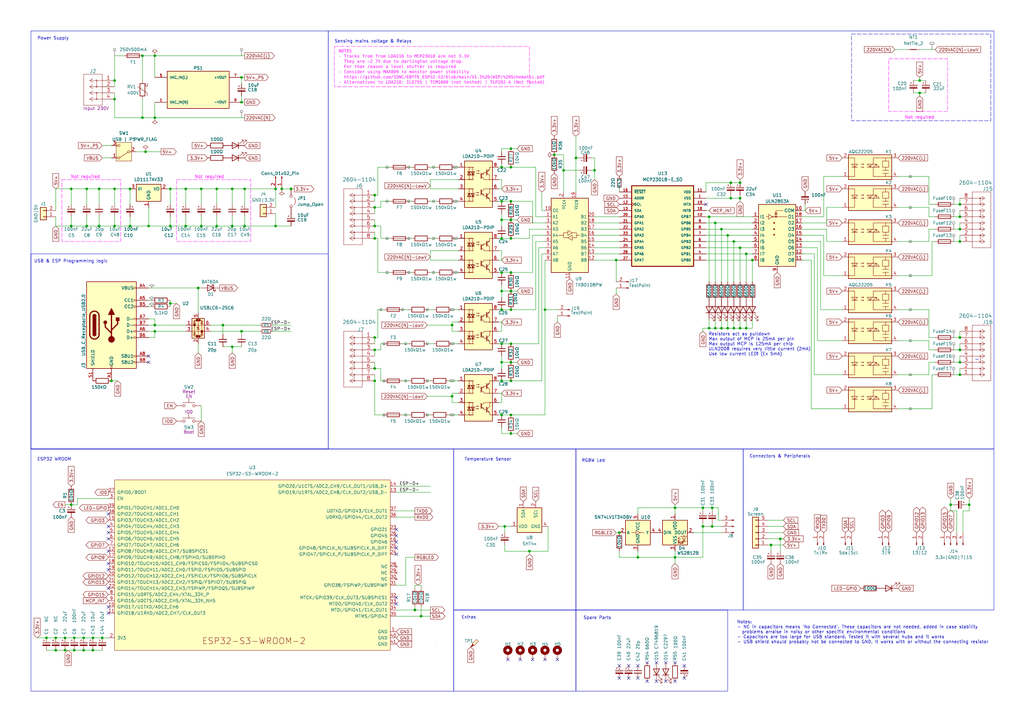
<source format=kicad_sch>
(kicad_sch (version 20231120) (generator "eeschema") (generator_version "8.0")
  (paper "A3")
  (title_block (title "Home Assistant module for lights control") (date "2024-08-21") (rev "20240821.23.8"))
  (junction (at 82.55 92.71))
  (junction (at 303.53 134.62))
  (junction (at 236.22 64.77))
  (junction (at 243.84 69.85))
  (junction (at 209.55 148.59))
  (junction (at 205.74 170.18))
  (junction (at 288.29 215.9))
  (junction (at 29.21 207.01))
  (junction (at 205.74 119.38))
  (junction (at 185.42 133.35))
  (junction (at 393.7 99.06))
  (junction (at 205.74 148.59))
  (junction (at 153.67 92.71))
  (junction (at 172.72 252.73))
  (junction (at 95.25 92.71))
  (junction (at 153.67 151.13))
  (junction (at 46.99 77.47))
  (junction (at 205.74 111.76))
  (junction (at 298.45 96.52))
  (junction (at 19.05 261.62))
  (junction (at 82.55 77.47))
  (junction (at 119.38 77.47))
  (junction (at 113.03 77.47))
  (junction (at 300.99 134.62))
  (junction (at 153.67 85.09))
  (junction (at 153.67 97.79))
  (junction (at 115.57 77.47))
  (junction (at 69.85 77.47))
  (junction (at 209.55 60.96))
  (junction (at 30.48 261.62))
  (junction (at 276.86 208.28))
  (junction (at 99.06 31.75))
  (junction (at 100.33 77.47))
  (junction (at 22.86 266.7))
  (junction (at 209.55 170.18))
  (junction (at 153.67 138.43))
  (junction (at 45.72 156.21))
  (junction (at 295.91 134.62))
  (junction (at 29.21 92.71))
  (junction (at 306.07 104.14))
  (junction (at 316.23 223.52))
  (junction (at 293.37 134.62))
  (junction (at 95.25 142.24))
  (junction (at 393.7 143.51))
  (junction (at 76.2 77.47))
  (junction (at 91.44 133.35))
  (junction (at 58.42 48.26))
  (junction (at 299.72 81.28))
  (junction (at 209.55 140.97))
  (junction (at 389.89 207.01))
  (junction (at 308.61 106.68))
  (junction (at 88.9 92.71))
  (junction (at 217.17 226.06))
  (junction (at 227.33 63.5))
  (junction (at 300.99 99.06))
  (junction (at 205.74 82.55))
  (junction (at 35.56 77.47))
  (junction (at 53.34 77.47))
  (junction (at 377.19 33.02))
  (junction (at 306.07 134.62))
  (junction (at 292.1 208.28))
  (junction (at 81.28 118.11))
  (junction (at 393.7 88.9))
  (junction (at 59.69 62.23))
  (junction (at 393.7 153.67))
  (junction (at 22.86 261.62))
  (junction (at 41.91 261.62))
  (junction (at 38.1 261.62))
  (junction (at 393.7 83.82))
  (junction (at 95.25 77.47))
  (junction (at 29.21 77.47))
  (junction (at 252.73 106.68))
  (junction (at 293.37 91.44))
  (junction (at 290.83 88.9))
  (junction (at 53.34 92.71))
  (junction (at 153.67 80.01))
  (junction (at 63.5 48.26))
  (junction (at 35.56 92.71))
  (junction (at 209.55 177.8))
  (junction (at 205.74 90.17))
  (junction (at 209.55 119.38))
  (junction (at 209.55 156.21))
  (junction (at 99.06 135.89))
  (junction (at 153.67 156.21))
  (junction (at 185.42 162.56))
  (junction (at 292.1 215.9))
  (junction (at 320.04 220.98))
  (junction (at 26.67 266.7))
  (junction (at 205.74 68.58))
  (junction (at 299.72 74.93))
  (junction (at 46.99 40.64))
  (junction (at 63.5 22.86))
  (junction (at 34.29 266.7))
  (junction (at 209.55 82.55))
  (junction (at 46.99 92.71))
  (junction (at 290.83 134.62))
  (junction (at 60.96 92.71))
  (junction (at 63.5 135.89))
  (junction (at 69.85 92.71))
  (junction (at 393.7 148.59))
  (junction (at 99.06 41.91))
  (junction (at 377.19 38.1))
  (junction (at 303.53 81.28))
  (junction (at 397.51 207.01))
  (junction (at 69.85 124.46))
  (junction (at 223.52 127))
  (junction (at 393.7 138.43))
  (junction (at 88.9 77.47))
  (junction (at 26.67 261.62))
  (junction (at 209.55 111.76))
  (junction (at 30.48 266.7))
  (junction (at 34.29 261.62))
  (junction (at 303.53 101.6))
  (junction (at 207.01 215.9))
  (junction (at 205.74 156.21))
  (junction (at 46.99 33.02))
  (junction (at 276.86 228.6))
  (junction (at 40.64 77.47))
  (junction (at 76.2 92.71))
  (junction (at 303.53 74.93))
  (junction (at 231.14 69.85))
  (junction (at 153.67 143.51))
  (junction (at 261.62 228.6))
  (junction (at 58.42 22.86))
  (junction (at 393.7 93.98))
  (junction (at 40.64 92.71))
  (junction (at 298.45 134.62))
  (junction (at 209.55 97.79))
  (junction (at 113.03 92.71))
  (junction (at 63.5 133.35))
  (junction (at 209.55 90.17))
  (junction (at 288.29 208.28))
  (junction (at 205.74 127))
  (junction (at 205.74 140.97))
  (junction (at 295.91 93.98))
  (junction (at 170.18 250.19))
  (junction (at 209.55 68.58))
  (junction (at 100.33 92.71))
  (junction (at 209.55 127))
  (junction (at 205.74 97.79))
  (junction (at 254 218.44))
  (junction (at 38.1 266.7))
  (no_connect (at 269.24 279.4))
  (no_connect (at 261.62 273.05))
  (no_connect (at 44.45 241.3))
  (no_connect (at 218.44 270.51))
  (no_connect (at 265.43 279.4))
  (no_connect (at 44.45 218.44))
  (no_connect (at 162.56 222.25))
  (no_connect (at 280.67 273.05))
  (no_connect (at 60.96 148.59))
  (no_connect (at 60.96 146.05))
  (no_connect (at 289.56 83.82))
  (no_connect (at 276.86 279.4))
  (no_connect (at 213.36 270.51))
  (no_connect (at 44.45 226.06))
  (no_connect (at 261.62 278.13))
  (no_connect (at 254 278.13))
  (no_connect (at 269.24 271.78))
  (no_connect (at 265.43 271.78))
  (no_connect (at 257.81 273.05))
  (no_connect (at 273.05 279.4))
  (no_connect (at 44.45 251.46))
  (no_connect (at 162.56 247.65))
  (no_connect (at 162.56 227.33))
  (no_connect (at 162.56 245.11))
  (no_connect (at 162.56 219.71))
  (no_connect (at 162.56 217.17))
  (no_connect (at 162.56 224.79))
  (no_connect (at 44.45 210.82))
  (no_connect (at 44.45 233.68))
  (no_connect (at 44.45 231.14))
  (no_connect (at 44.45 215.9))
  (no_connect (at 223.52 270.51))
  (no_connect (at 228.6 270.51))
  (no_connect (at 254 273.05))
  (no_connect (at 273.05 271.78))
  (no_connect (at 44.45 220.98))
  (no_connect (at 208.28 270.51))
  (no_connect (at 280.67 278.13))
  (no_connect (at 44.45 248.92))
  (no_connect (at 257.81 278.13))
  (no_connect (at 276.86 271.78))
  (wire (pts (xy 295.91 130.81) (xy 295.91 134.62)))
  (wire (pts (xy 306.07 130.81) (xy 306.07 134.62)))
  (wire (pts (xy 377.19 38.1) (xy 379.73 38.1)))
  (wire (pts (xy 167.64 170.18) (xy 165.1 170.18)))
  (wire (pts (xy 289.56 96.52) (xy 298.45 96.52)))
  (wire (pts (xy 381 127) (xy 368.3 127)))
  (wire (pts (xy 207.01 215.9) (xy 209.55 215.9)))
  (wire (pts (xy 15.24 261.62) (xy 19.05 261.62)))
  (wire (pts (xy 204.47 215.9) (xy 207.01 215.9)))
  (wire (pts (xy 393.7 96.52) (xy 393.7 99.06)))
  (wire (pts (xy 337.82 113.03) (xy 345.44 113.03)))
  (wire (pts (xy 292.1 215.9) (xy 295.91 215.9)))
  (wire (pts (xy 69.85 92.71) (xy 76.2 92.71)))
  (wire (pts (xy 300.99 99.06) (xy 308.61 99.06)))
  (wire (pts (xy 22.86 77.47) (xy 29.21 77.47)))
  (wire (pts (xy 231.14 63.5) (xy 227.33 63.5)))
  (wire (pts (xy 223.52 99.06) (xy 219.71 99.06)))
  (wire (pts (xy 224.79 215.9) (xy 224.79 226.06)))
  (wire (pts (xy 383.54 83.82) (xy 381 83.82)))
  (wire (pts (xy 254 218.44) (xy 252.73 218.44)))
  (wire (pts (xy 63.5 22.86) (xy 100.33 22.86)))
  (wire (pts (xy 209.55 68.58) (xy 205.74 68.58)))
  (wire (pts (xy 242.57 64.77) (xy 243.84 64.77)))
  (wire (pts (xy 303.53 82.55) (xy 303.53 81.28)))
  (wire (pts (xy 29.21 77.47) (xy 29.21 83.82)))
  (wire (pts (xy 236.22 55.88) (xy 236.22 64.77)))
  (wire (pts (xy 292.1 208.28) (xy 294.64 208.28)))
  (wire (pts (xy 209.55 156.21) (xy 205.74 156.21)))
  (wire (pts (xy 209.55 140.97) (xy 220.98 140.97)))
  (wire (pts (xy 60.96 138.43) (xy 63.5 138.43)))
  (wire (pts (xy 394.97 209.55) (xy 397.51 209.55)))
  (wire (pts (xy 381 72.39) (xy 368.3 72.39)))
  (wire (pts (xy 392.43 218.44) (xy 392.43 209.55)))
  (wire (pts (xy 58.42 22.86) (xy 63.5 22.86)))
  (wire (pts (xy 82.55 88.9) (xy 82.55 92.71)))
  (wire (pts (xy 166.37 228.6) (xy 170.18 228.6)))
  (wire (pts (xy 336.55 127) (xy 345.44 127)))
  (wire (pts (xy 154.94 127) (xy 157.48 127)))
  (wire (pts (xy 205.74 140.97) (xy 204.47 140.97)))
  (wire (pts (xy 156.21 151.13) (xy 153.67 151.13)))
  (wire (pts (xy 185.42 127) (xy 187.96 127)))
  (wire (pts (xy 289.56 93.98) (xy 295.91 93.98)))
  (wire (pts (xy 63.5 133.35) (xy 63.5 130.81)))
  (wire (pts (xy 162.56 201.93) (xy 176.53 201.93)))
  (wire (pts (xy 88.9 77.47) (xy 95.25 77.47)))
  (wire (pts (xy 334.01 153.67) (xy 334.01 104.14)))
  (wire (pts (xy 162.56 240.03) (xy 166.37 240.03)))
  (wire (pts (xy 261.62 208.28) (xy 276.86 208.28)))
  (wire (pts (xy 63.5 130.81) (xy 60.96 130.81)))
  (wire (pts (xy 91.44 133.35) (xy 91.44 137.16)))
  (wire (pts (xy 382.27 153.67) (xy 382.27 167.64)))
  (wire (pts (xy 58.42 33.02) (xy 58.42 22.86)))
  (wire (pts (xy 209.55 177.8) (xy 205.74 177.8)))
  (wire (pts (xy 289.56 99.06) (xy 300.99 99.06)))
  (wire (pts (xy 45.72 156.21) (xy 48.26 156.21)))
  (wire (pts (xy 276.86 228.6) (xy 288.29 228.6)))
  (wire (pts (xy 243.84 106.68) (xy 252.73 106.68)))
  (wire (pts (xy 381 99.06) (xy 381 93.98)))
  (wire (pts (xy 328.93 93.98) (xy 339.09 93.98)))
  (wire (pts (xy 156.21 140.97) (xy 156.21 143.51)))
  (wire (pts (xy 156.21 85.09) (xy 153.67 85.09)))
  (wire (pts (xy 209.55 97.79) (xy 217.17 97.79)))
  (wire (pts (xy 295.91 134.62) (xy 298.45 134.62)))
  (wire (pts (xy 115.57 77.47) (xy 119.38 77.47)))
  (wire (pts (xy 205.74 67.31) (xy 205.74 68.58)))
  (wire (pts (xy 383.54 138.43) (xy 381 138.43)))
  (wire (pts (xy 382.27 113.03) (xy 368.3 113.03)))
  (wire (pts (xy 381 143.51) (xy 381 139.7)))
  (wire (pts (xy 22.86 86.36) (xy 22.86 77.47)))
  (wire (pts (xy 320.04 220.98) (xy 321.31 220.98)))
  (wire (pts (xy 393.7 86.36) (xy 393.7 88.9)))
  (wire (pts (xy 205.74 119.38) (xy 205.74 116.84)))
  (wire (pts (xy 209.55 82.55) (xy 218.44 82.55)))
  (wire (pts (xy 336.55 99.06) (xy 336.55 127)))
  (wire (pts (xy 293.37 130.81) (xy 293.37 134.62)))
  (wire (pts (xy 205.74 77.47) (xy 204.47 77.47)))
  (wire (pts (xy 76.2 88.9) (xy 76.2 92.71)))
  (wire (pts (xy 176.53 250.19) (xy 170.18 250.19)))
  (wire (pts (xy 53.34 88.9) (xy 53.34 92.71)))
  (wire (pts (xy 153.67 97.79) (xy 153.67 95.25)))
  (wire (pts (xy 156.21 97.79) (xy 160.02 97.79)))
  (wire (pts (xy 207.01 226.06) (xy 217.17 226.06)))
  (wire (pts (xy 328.93 91.44) (xy 339.09 91.44)))
  (wire (pts (xy 95.25 88.9) (xy 95.25 92.71)))
  (wire (pts (xy 58.42 40.64) (xy 58.42 48.26)))
  (wire (pts (xy 209.55 148.59) (xy 205.74 148.59)))
  (wire (pts (xy 261.62 208.28) (xy 261.62 210.82)))
  (wire (pts (xy 205.74 151.13) (xy 205.74 148.59)))
  (wire (pts (xy 76.2 77.47) (xy 76.2 83.82)))
  (wire (pts (xy 209.55 127) (xy 219.71 127)))
  (wire (pts (xy 113.03 92.71) (xy 119.38 92.71)))
  (wire (pts (xy 205.74 68.58) (xy 204.47 68.58)))
  (wire (pts (xy 254 228.6) (xy 261.62 228.6)))
  (wire (pts (xy 276.86 228.6) (xy 276.86 231.14)))
  (wire (pts (xy 237.49 64.77) (xy 236.22 64.77)))
  (wire (pts (xy 100.33 88.9) (xy 100.33 92.71)))
  (wire (pts (xy 374.65 38.1) (xy 377.19 38.1)))
  (wire (pts (xy 383.54 88.9) (xy 381 88.9)))
  (wire (pts (xy 205.74 92.71) (xy 205.74 90.17)))
  (wire (pts (xy 209.55 111.76) (xy 205.74 111.76)))
  (wire (pts (xy 29.21 92.71) (xy 35.56 92.71)))
  (wire (pts (xy 217.17 93.98) (xy 217.17 97.79)))
  (wire (pts (xy 46.99 38.1) (xy 46.99 40.64)))
  (wire (pts (xy 381 93.98) (xy 383.54 93.98)))
  (wire (pts (xy 300.99 99.06) (xy 300.99 115.57)))
  (wire (pts (xy 19.05 261.62) (xy 22.86 261.62)))
  (wire (pts (xy 393.7 138.43) (xy 391.16 138.43)))
  (wire (pts (xy 223.52 127) (xy 228.6 127)))
  (wire (pts (xy 95.25 142.24) (xy 95.25 144.78)))
  (wire (pts (xy 289.56 101.6) (xy 303.53 101.6)))
  (wire (pts (xy 393.7 153.67) (xy 391.16 153.67)))
  (wire (pts (xy 205.74 62.23) (xy 205.74 60.96)))
  (wire (pts (xy 218.44 96.52) (xy 223.52 96.52)))
  (wire (pts (xy 99.06 39.37) (xy 99.06 41.91)))
  (wire (pts (xy 156.21 82.55) (xy 160.02 82.55)))
  (wire (pts (xy 393.7 148.59) (xy 391.16 148.59)))
  (wire (pts (xy 223.52 127) (xy 223.52 170.18)))
  (wire (pts (xy 393.7 153.67) (xy 393.7 151.13)))
  (wire (pts (xy 167.64 140.97) (xy 165.1 140.97)))
  (wire (pts (xy 392.43 209.55) (xy 389.89 209.55)))
  (wire (pts (xy 166.37 240.03) (xy 166.37 228.6)))
  (wire (pts (xy 63.5 48.26) (xy 100.33 48.26)))
  (wire (pts (xy 209.55 119.38) (xy 212.09 119.38)))
  (wire (pts (xy 35.56 77.47) (xy 40.64 77.47)))
  (wire (pts (xy 303.53 81.28) (xy 299.72 81.28)))
  (wire (pts (xy 26.67 207.01) (xy 29.21 207.01)))
  (wire (pts (xy 321.31 218.44) (xy 314.96 218.44)))
  (wire (pts (xy 209.55 68.58) (xy 219.71 68.58)))
  (wire (pts (xy 288.29 228.6) (xy 288.29 215.9)))
  (wire (pts (xy 223.52 93.98) (xy 217.17 93.98)))
  (wire (pts (xy 330.2 86.36) (xy 328.93 86.36)))
  (wire (pts (xy 69.85 77.47) (xy 76.2 77.47)))
  (wire (pts (xy 205.74 102.87) (xy 204.47 102.87)))
  (wire (pts (xy 35.56 92.71) (xy 40.64 92.71)))
  (wire (pts (xy 222.25 78.74) (xy 222.25 86.36)))
  (wire (pts (xy 59.69 62.23) (xy 66.04 62.23)))
  (wire (pts (xy 393.7 135.89) (xy 393.7 138.43)))
  (wire (pts (xy 294.64 208.28) (xy 294.64 213.36)))
  (wire (pts (xy 217.17 226.06) (xy 217.17 227.33)))
  (wire (pts (xy 205.74 77.47) (xy 205.74 73.66)))
  (wire (pts (xy 185.42 133.35) (xy 185.42 132.08)))
  (wire (pts (xy 153.67 82.55) (xy 153.67 80.01)))
  (wire (pts (xy 224.79 226.06) (xy 217.17 226.06)))
  (wire (pts (xy 34.29 261.62) (xy 38.1 261.62)))
  (wire (pts (xy 231.14 78.74) (xy 231.14 69.85)))
  (wire (pts (xy 154.94 80.01) (xy 153.67 80.01)))
  (wire (pts (xy 205.74 165.1) (xy 204.47 165.1)))
  (wire (pts (xy 179.07 111.76) (xy 176.53 111.76)))
  (wire (pts (xy 299.72 80.01) (xy 299.72 81.28)))
  (wire (pts (xy 252.73 106.68) (xy 252.73 115.57)))
  (wire (pts (xy 177.8 140.97) (xy 175.26 140.97)))
  (wire (pts (xy 207.01 223.52) (xy 207.01 226.06)))
  (wire (pts (xy 339.09 85.09) (xy 339.09 91.44)))
  (wire (pts (xy 300.99 134.62) (xy 303.53 134.62)))
  (wire (pts (xy 29.21 77.47) (xy 35.56 77.47)))
  (wire (pts (xy 383.54 143.51) (xy 381 143.51)))
  (wire (pts (xy 276.86 226.06) (xy 276.86 228.6)))
  (wire (pts (xy 76.2 77.47) (xy 82.55 77.47)))
  (wire (pts (xy 298.45 96.52) (xy 308.61 96.52)))
  (wire (pts (xy 288.29 134.62) (xy 290.83 134.62)))
  (wire (pts (xy 88.9 92.71) (xy 95.25 92.71)))
  (wire (pts (xy 300.99 130.81) (xy 300.99 134.62)))
  (wire (pts (xy 368.3 153.67) (xy 381 153.67)))
  (wire (pts (xy 156.21 82.55) (xy 156.21 85.09)))
  (wire (pts (xy 205.74 106.68) (xy 205.74 102.87)))
  (wire (pts (xy 397.51 207.01) (xy 396.24 207.01)))
  (wire (pts (xy 293.37 91.44) (xy 308.61 91.44)))
  (wire (pts (xy 30.48 266.7) (xy 34.29 266.7)))
  (wire (pts (xy 222.25 86.36) (xy 223.52 86.36)))
  (wire (pts (xy 368.3 99.06) (xy 381 99.06)))
  (wire (pts (xy 292.1 209.55) (xy 292.1 208.28)))
  (wire (pts (xy 82.55 166.37) (xy 82.55 172.72)))
  (wire (pts (xy 332.74 106.68) (xy 332.74 167.64)))
  (wire (pts (xy 22.86 92.71) (xy 29.21 92.71)))
  (wire (pts (xy 236.22 64.77) (xy 236.22 78.74)))
  (polyline (pts (xy 401.32 147.32) (xy 400.05 147.32)))
  (wire (pts (xy 153.67 87.63) (xy 153.67 85.09)))
  (wire (pts (xy 153.67 92.71) (xy 153.67 90.17)))
  (wire (pts (xy 223.52 106.68) (xy 223.52 127)))
  (wire (pts (xy 82.55 77.47) (xy 82.55 83.82)))
  (wire (pts (xy 303.53 101.6) (xy 308.61 101.6)))
  (wire (pts (xy 95.25 77.47) (xy 100.33 77.47)))
  (wire (pts (xy 289.56 74.93) (xy 299.72 74.93)))
  (wire (pts (xy 276.86 208.28) (xy 276.86 210.82)))
  (wire (pts (xy 288.29 209.55) (xy 288.29 208.28)))
  (wire (pts (xy 46.99 40.64) (xy 46.99 48.26)))
  (wire (pts (xy 95.25 77.47) (xy 95.25 83.82)))
  (wire (pts (xy 176.53 252.73) (xy 172.72 252.73)))
  (wire (pts (xy 205.74 127) (xy 209.55 127)))
  (wire (pts (xy 383.54 153.67) (xy 382.27 153.67)))
  (wire (pts (xy 69.85 123.19) (xy 69.85 124.46)))
  (wire (pts (xy 223.52 104.14) (xy 222.25 104.14)))
  (wire (pts (xy 381 139.7) (xy 368.3 139.7)))
  (wire (pts (xy 186.69 68.58) (xy 187.96 68.58)))
  (wire (pts (xy 26.67 261.62) (xy 30.48 261.62)))
  (wire (pts (xy 243.84 69.85) (xy 243.84 73.66)))
  (wire (pts (xy 337.82 88.9) (xy 328.93 88.9)))
  (wire (pts (xy 205.74 177.8) (xy 205.74 175.26)))
  (wire (pts (xy 289.56 74.93) (xy 289.56 78.74)))
  (wire (pts (xy 184.15 156.21) (xy 187.96 156.21)))
  (wire (pts (xy 303.53 73.66) (xy 303.53 74.93)))
  (wire (pts (xy 293.37 134.62) (xy 295.91 134.62)))
  (wire (pts (xy 60.96 85.09) (xy 60.96 92.71)))
  (wire (pts (xy 156.21 156.21) (xy 156.21 151.13)))
  (wire (pts (xy 306.07 104.14) (xy 308.61 104.14)))
  (wire (pts (xy 328.93 99.06) (xy 336.55 99.06)))
  (wire (pts (xy 53.34 92.71) (xy 60.96 92.71)))
  (wire (pts (xy 176.53 73.66) (xy 187.96 73.66)))
  (wire (pts (xy 185.42 161.29) (xy 187.96 161.29)))
  (wire (pts (xy 69.85 124.46) (xy 69.85 125.73)))
  (wire (pts (xy 284.48 218.44) (xy 295.91 218.44)))
  (wire (pts (xy 186.69 97.79) (xy 187.96 97.79)))
  (wire (pts (xy 205.74 73.66) (xy 204.47 73.66)))
  (wire (pts (xy 252.73 118.11) (xy 252.73 120.65)))
  (wire (pts (xy 119.38 77.47) (xy 120.65 77.47)))
  (wire (pts (xy 40.64 77.47) (xy 40.64 83.82)))
  (wire (pts (xy 168.91 111.76) (xy 167.64 111.76)))
  (wire (pts (xy 34.29 266.7) (xy 38.1 266.7)))
  (wire (pts (xy 184.15 170.18) (xy 187.96 170.18)))
  (wire (pts (xy 308.61 134.62) (xy 308.61 130.81)))
  (wire (pts (xy 154.94 68.58) (xy 160.02 68.58)))
  (wire (pts (xy 82.55 77.47) (xy 88.9 77.47)))
  (wire (pts (xy 389.89 209.55) (xy 389.89 207.01)))
  (wire (pts (xy 22.86 261.62) (xy 26.67 261.62)))
  (wire (pts (xy 209.55 170.18) (xy 205.74 170.18)))
  (wire (pts (xy 205.74 82.55) (xy 204.47 82.55)))
  (wire (pts (xy 176.53 170.18) (xy 175.26 170.18)))
  (wire (pts (xy 219.71 88.9) (xy 219.71 68.58)))
  (wire (pts (xy 381 85.09) (xy 368.3 85.09)))
  (wire (pts (xy 62.23 123.19) (xy 60.96 123.19)))
  (wire (pts (xy 289.56 104.14) (xy 306.07 104.14)))
  (wire (pts (xy 170.18 250.19) (xy 162.56 250.19)))
  (wire (pts (xy 243.84 104.14) (xy 254 104.14)))
  (wire (pts (xy 212.09 177.8) (xy 209.55 177.8)))
  (wire (pts (xy 306.07 134.62) (xy 308.61 134.62)))
  (wire (pts (xy 88.9 88.9) (xy 88.9 92.71)))
  (wire (pts (xy 381 138.43) (xy 381 127)))
  (wire (pts (xy 176.53 102.87) (xy 187.96 102.87)))
  (wire (pts (xy 219.71 88.9) (xy 223.52 88.9)))
  (wire (pts (xy 153.67 170.18) (xy 157.48 170.18)))
  (wire (pts (xy 383.54 99.06) (xy 382.27 99.06)))
  (wire (pts (xy 321.31 213.36) (xy 314.96 213.36)))
  (wire (pts (xy 185.42 135.89) (xy 185.42 133.35)))
  (wire (pts (xy 69.85 124.46) (xy 72.39 124.46)))
  (wire (pts (xy 91.44 142.24) (xy 95.25 142.24)))
  (wire (pts (xy 209.55 170.18) (xy 223.52 170.18)))
  (wire (pts (xy 153.67 156.21) (xy 153.67 170.18)))
  (wire (pts (xy 88.9 77.47) (xy 88.9 83.82)))
  (wire (pts (xy 153.67 146.05) (xy 153.67 143.51)))
  (wire (pts (xy 167.64 156.21) (xy 165.1 156.21)))
  (wire (pts (xy 86.36 135.89) (xy 99.06 135.89)))
  (wire (pts (xy 288.29 208.28) (xy 292.1 208.28)))
  (wire (pts (xy 295.91 213.36) (xy 294.64 213.36)))
  (wire (pts (xy 154.94 97.79) (xy 154.94 111.76)))
  (wire (pts (xy 205.74 121.92) (xy 205.74 119.38)))
  (wire (pts (xy 176.53 73.66) (xy 176.53 77.47)))
  (wire (pts (xy 205.74 135.89) (xy 205.74 132.08)))
  (wire (pts (xy 321.31 215.9) (xy 314.96 215.9)))
  (wire (pts (xy 168.91 97.79) (xy 167.64 97.79)))
  (wire (pts (xy 99.06 31.75) (xy 100.33 31.75)))
  (wire (pts (xy 99.06 135.89) (xy 106.68 135.89)))
  (wire (pts (xy 162.56 199.39) (xy 176.53 199.39)))
  (wire (pts (xy 303.53 130.81) (xy 303.53 134.62)))
  (wire (pts (xy 185.42 132.08) (xy 187.96 132.08)))
  (wire (pts (xy 22.86 88.9) (xy 22.86 92.71)))
  (wire (pts (xy 46.99 92.71) (xy 53.34 92.71)))
  (wire (pts (xy 46.99 33.02) (xy 46.99 22.86)))
  (wire (pts (xy 205.74 148.59) (xy 205.74 146.05)))
  (wire (pts (xy 205.74 106.68) (xy 204.47 106.68)))
  (wire (pts (xy 185.42 165.1) (xy 185.42 162.56)))
  (wire (pts (xy 393.7 140.97) (xy 393.7 143.51)))
  (wire (pts (xy 41.91 64.77) (xy 45.72 64.77)))
  (wire (pts (xy 205.74 161.29) (xy 204.47 161.29)))
  (wire (pts (xy 212.09 148.59) (xy 209.55 148.59)))
  (wire (pts (xy 289.56 91.44) (xy 293.37 91.44)))
  (wire (pts (xy 19.05 266.7) (xy 22.86 266.7)))
  (wire (pts (xy 276.86 207.01) (xy 276.86 208.28)))
  (wire (pts (xy 38.1 261.62) (xy 41.91 261.62)))
  (wire (pts (xy 298.45 115.57) (xy 298.45 96.52)))
  (wire (pts (xy 76.2 92.71) (xy 82.55 92.71)))
  (wire (pts (xy 332.74 167.64) (xy 345.44 167.64)))
  (wire (pts (xy 153.67 151.13) (xy 153.67 148.59)))
  (wire (pts (xy 111.76 135.89) (xy 119.38 135.89)))
  (wire (pts (xy 377.19 31.75) (xy 377.19 33.02)))
  (wire (pts (xy 391.16 88.9) (xy 393.7 88.9)))
  (wire (pts (xy 153.67 140.97) (xy 153.67 138.43)))
  (wire (pts (xy 176.53 106.68) (xy 187.96 106.68)))
  (wire (pts (xy 330.2 86.36) (xy 330.2 83.82)))
  (wire (pts (xy 176.53 102.87) (xy 176.53 106.68)))
  (wire (pts (xy 243.84 88.9) (xy 254 88.9)))
  (wire (pts (xy 261.62 226.06) (xy 261.62 228.6)))
  (wire (pts (xy 254 226.06) (xy 254 228.6)))
  (wire (pts (xy 60.96 135.89) (xy 63.5 135.89)))
  (wire (pts (xy 209.55 90.17) (xy 205.74 90.17)))
  (wire (pts (xy 335.28 139.7) (xy 345.44 139.7)))
  (wire (pts (xy 40.64 88.9) (xy 40.64 92.71)))
  (wire (pts (xy 63.5 41.91) (xy 63.5 48.26)))
  (wire (pts (xy 231.14 69.85) (xy 237.49 69.85)))
  (wire (pts (xy 95.25 142.24) (xy 99.06 142.24)))
  (wire (pts (xy 290.83 134.62) (xy 293.37 134.62)))
  (wire (pts (xy 243.84 93.98) (xy 254 93.98)))
  (wire (pts (xy 298.45 130.81) (xy 298.45 134.62)))
  (wire (pts (xy 289.56 81.28) (xy 299.72 81.28)))
  (wire (pts (xy 100.33 77.47) (xy 100.33 83.82)))
  (wire (pts (xy 207.01 215.9) (xy 207.01 218.44)))
  (wire (pts (xy 35.56 83.82) (xy 35.56 77.47)))
  (wire (pts (xy 53.34 77.47) (xy 53.34 83.82)))
  (wire (pts (xy 186.69 82.55) (xy 187.96 82.55)))
  (wire (pts (xy 99.06 31.75) (xy 99.06 34.29)))
  (wire (pts (xy 345.44 72.39) (xy 337.82 72.39)))
  (wire (pts (xy 30.48 261.62) (xy 34.29 261.62)))
  (wire (pts (xy 63.5 22.86) (xy 63.5 31.75)))
  (wire (pts (xy 177.8 127) (xy 175.26 127)))
  (wire (pts (xy 328.93 96.52) (xy 337.82 96.52)))
  (wire (pts (xy 46.99 88.9) (xy 46.99 92.71)))
  (wire (pts (xy 154.94 127) (xy 154.94 138.43)))
  (wire (pts (xy 393.7 91.44) (xy 393.7 93.98)))
  (wire (pts (xy 81.28 118.11) (xy 82.55 118.11)))
  (wire (pts (xy 290.83 88.9) (xy 290.83 115.57)))
  (wire (pts (xy 339.09 93.98) (xy 339.09 99.06)))
  (wire (pts (xy 381 83.82) (xy 381 72.39)))
  (wire (pts (xy 316.23 223.52) (xy 321.31 223.52)))
  (wire (pts (xy 172.72 252.73) (xy 162.56 252.73)))
  (wire (pts (xy 391.16 83.82) (xy 393.7 83.82)))
  (wire (pts (xy 205.74 135.89) (xy 204.47 135.89)))
  (wire (pts (xy 212.09 90.17) (xy 209.55 90.17)))
  (wire (pts (xy 377.19 20.32) (xy 383.54 20.32)))
  (wire (pts (xy 334.01 153.67) (xy 345.44 153.67)))
  (wire (pts (xy 295.91 93.98) (xy 308.61 93.98)))
  (wire (pts (xy 205.74 127) (xy 204.47 127)))
  (wire (pts (xy 393.7 143.51) (xy 391.16 143.51)))
  (wire (pts (xy 176.53 68.58) (xy 179.07 68.58)))
  (wire (pts (xy 31.75 204.47) (xy 44.45 204.47)))
  (wire (pts (xy 306.07 104.14) (xy 306.07 115.57)))
  (wire (pts (xy 176.53 156.21) (xy 175.26 156.21)))
  (polyline (pts (xy 179.07 264.16) (xy 179.07 264.16)))
  (wire (pts (xy 222.25 104.14) (xy 222.25 156.21)))
  (wire (pts (xy 295.91 93.98) (xy 295.91 115.57)))
  (wire (pts (xy 186.69 111.76) (xy 187.96 111.76)))
  (wire (pts (xy 81.28 144.78) (xy 81.28 140.97)))
  (wire (pts (xy 167.64 127) (xy 165.1 127)))
  (wire (pts (xy 288.29 134.62) (xy 288.29 135.89)))
  (wire (pts (xy 212.09 60.96) (xy 209.55 60.96)))
  (wire (pts (xy 100.33 92.71) (xy 113.03 92.71)))
  (wire (pts (xy 391.16 93.98) (xy 393.7 93.98)))
  (wire (pts (xy 68.58 77.47) (xy 69.85 77.47)))
  (wire (pts (xy 172.72 240.03) (xy 170.18 240.03)))
  (wire (pts (xy 154.94 97.79) (xy 153.67 97.79)))
  (wire (pts (xy 243.84 64.77) (xy 243.84 69.85)))
  (wire (pts (xy 381 153.67) (xy 381 148.59)))
  (wire (pts (xy 170.18 209.55) (xy 162.56 209.55)))
  (wire (pts (xy 156.21 143.51) (xy 153.67 143.51)))
  (wire (pts (xy 394.97 218.44) (xy 394.97 209.55)))
  (wire (pts (xy 168.91 82.55) (xy 167.64 82.55)))
  (wire (pts (xy 220.98 101.6) (xy 220.98 140.97)))
  (wire (pts (xy 172.72 241.3) (xy 172.72 240.03)))
  (wire (pts (xy 95.25 92.71) (xy 100.33 92.71)))
  (wire (pts (xy 35.56 88.9) (xy 35.56 92.71)))
  (wire (pts (xy 156.21 156.21) (xy 157.48 156.21)))
  (wire (pts (xy 243.84 99.06) (xy 254 99.06)))
  (wire (pts (xy 82.55 92.71) (xy 88.9 92.71)))
  (wire (pts (xy 303.53 81.28) (xy 303.53 80.01)))
  (wire (pts (xy 261.62 228.6) (xy 276.86 228.6)))
  (wire (pts (xy 209.55 111.76) (xy 218.44 111.76)))
  (wire (pts (xy 31.75 204.47) (xy 31.75 207.01)))
  (wire (pts (xy 38.1 266.7) (xy 41.91 266.7)))
  (wire (pts (xy 205.74 170.18) (xy 204.47 170.18)))
  (wire (pts (xy 86.36 133.35) (xy 91.44 133.35)))
  (wire (pts (xy 111.76 133.35) (xy 119.38 133.35)))
  (wire (pts (xy 328.93 106.68) (xy 332.74 106.68)))
  (wire (pts (xy 46.99 77.47) (xy 46.99 83.82)))
  (wire (pts (xy 185.42 162.56) (xy 185.42 161.29)))
  (wire (pts (xy 41.91 59.69) (xy 45.72 59.69)))
  (wire (pts (xy 218.44 91.44) (xy 223.52 91.44)))
  (wire (pts (xy 156.21 92.71) (xy 153.67 92.71)))
  (wire (pts (xy 391.16 207.01) (xy 389.89 207.01)))
  (wire (pts (xy 290.83 86.36) (xy 289.56 86.36)))
  (wire (pts (xy 156.21 140.97) (xy 157.48 140.97)))
  (wire (pts (xy 382.27 99.06) (xy 382.27 113.03)))
  (wire (pts (xy 46.99 48.26) (xy 58.42 48.26)))
  (wire (pts (xy 254 78.74) (xy 254 77.47)))
  (wire (pts (xy 377.19 33.02) (xy 379.73 33.02)))
  (wire (pts (xy 393.7 81.28) (xy 393.7 83.82)))
  (wire (pts (xy 381 88.9) (xy 381 85.09)))
  (wire (pts (xy 81.28 118.11) (xy 81.28 128.27)))
  (wire (pts (xy 153.67 153.67) (xy 153.67 156.21)))
  (wire (pts (xy 41.91 261.62) (xy 44.45 261.62)))
  (wire (pts (xy 290.83 88.9) (xy 308.61 88.9)))
  (wire (pts (xy 46.99 22.86) (xy 50.8 22.86)))
  (wire (pts (xy 209.55 82.55) (xy 205.74 82.55)))
  (wire (pts (xy 205.74 119.38) (xy 209.55 119.38)))
  (wire (pts (xy 320.04 220.98) (xy 314.96 220.98)))
  (wire (pts (xy 252.73 106.68) (xy 254 106.68)))
  (wire (pts (xy 397.51 204.47) (xy 397.51 207.01)))
  (wire (pts (xy 381 148.59) (xy 383.54 148.59)))
  (wire (pts (xy 99.06 41.91) (xy 100.33 41.91)))
  (wire (pts (xy 113.03 85.09) (xy 113.03 77.47)))
  (wire (pts (xy 154.94 68.58) (xy 154.94 80.01)))
  (wire (pts (xy 289.56 88.9) (xy 290.83 88.9)))
  (wire (pts (xy 60.96 133.35) (xy 63.5 133.35)))
  (wire (pts (xy 179.07 82.55) (xy 176.53 82.55)))
  (wire (pts (xy 303.53 101.6) (xy 303.53 115.57)))
  (wire (pts (xy 391.16 99.06) (xy 393.7 99.06)))
  (wire (pts (xy 26.67 266.7) (xy 30.48 266.7)))
  (wire (pts (xy 374.65 33.02) (xy 377.19 33.02)))
  (wire (pts (xy 335.28 101.6) (xy 335.28 139.7)))
  (wire (pts (xy 339.09 85.09) (xy 345.44 85.09)))
  (wire (pts (xy 76.2 135.89) (xy 63.5 135.89)))
  (wire (pts (xy 40.64 92.71) (xy 46.99 92.71)))
  (wire (pts (xy 60.96 118.11) (xy 81.28 118.11)))
  (wire (pts (xy 209.55 140.97) (xy 205.74 140.97)))
  (wire (pts (xy 154.94 138.43) (xy 153.67 138.43)))
  (wire (pts (xy 377.19 38.1) (xy 377.19 39.37)))
  (wire (pts (xy 389.89 204.47) (xy 389.89 207.01)))
  (wire (pts (xy 205.74 132.08) (xy 204.47 132.08)))
  (wire (pts (xy 185.42 140.97) (xy 187.96 140.97)))
  (wire (pts (xy 393.7 146.05) (xy 393.7 148.59)))
  (wire (pts (xy 55.88 62.23) (xy 59.69 62.23)))
  (wire (pts (xy 172.72 248.92) (xy 172.72 252.73)))
  (wire (pts (xy 176.53 77.47) (xy 187.96 77.47)))
  (wire (pts (xy 328.93 101.6) (xy 335.28 101.6)))
  (wire (pts (xy 187.96 165.1) (xy 185.42 165.1)))
  (wire (pts (xy 303.53 134.62) (xy 306.07 134.62)))
  (wire (pts (xy 170.18 240.03) (xy 170.18 241.3)))
  (wire (pts (xy 298.45 134.62) (xy 300.99 134.62)))
  (wire (pts (xy 205.74 165.1) (xy 205.74 161.29)))
  (wire (pts (xy 170.18 248.92) (xy 170.18 250.19)))
  (wire (pts (xy 175.26 133.35) (xy 185.42 133.35)))
  (wire (pts (xy 179.07 97.79) (xy 176.53 97.79)))
  (wire (pts (xy 46.99 33.02) (xy 46.99 35.56)))
  (wire (pts (xy 367.03 20.32) (xy 372.11 20.32)))
  (wire (pts (xy 46.99 77.47) (xy 53.34 77.47)))
  (wire (pts (xy 320.04 220.98) (xy 320.04 226.06)))
  (wire (pts (xy 209.55 156.21) (xy 222.25 156.21)))
  (wire (pts (xy 242.57 69.85) (xy 243.84 69.85)))
  (wire (pts (xy 218.44 111.76) (xy 218.44 96.52)))
  (wire (pts (xy 316.23 223.52) (xy 314.96 223.52)))
  (wire (pts (xy 243.84 101.6) (xy 254 101.6)))
  (wire (pts (xy 29.21 88.9) (xy 29.21 92.71)))
  (wire (pts (xy 100.33 77.47) (xy 113.03 77.47)))
  (wire (pts (xy 76.2 133.35) (xy 63.5 133.35)))
  (wire (pts (xy 243.84 96.52) (xy 254 96.52)))
  (wire (pts (xy 154.94 111.76) (xy 160.02 111.76)))
  (wire (pts (xy 397.51 209.55) (xy 397.51 207.01)))
  (wire (pts (xy 205.74 90.17) (xy 205.74 87.63)))
  (wire (pts (xy 62.23 125.73) (xy 60.96 125.73)))
  (wire (pts (xy 63.5 138.43) (xy 63.5 135.89)))
  (wire (pts (xy 292.1 214.63) (xy 292.1 215.9)))
  (wire (pts (xy 219.71 99.06) (xy 219.71 127)))
  (wire (pts (xy 31.75 207.01) (xy 29.21 207.01)))
  (wire (pts (xy 156.21 97.79) (xy 156.21 92.71)))
  (wire (pts (xy 290.83 130.81) (xy 290.83 134.62)))
  (wire (pts (xy 205.74 156.21) (xy 204.47 156.21)))
  (wire (pts (xy 69.85 88.9) (xy 69.85 92.71)))
  (wire (pts (xy 40.64 77.47) (xy 46.99 77.47)))
  (wire (pts (xy 60.96 92.71) (xy 69.85 92.71)))
  (wire (pts (xy 170.18 212.09) (xy 162.56 212.09)))
  (wire (pts (xy 382.27 167.64) (xy 368.3 167.64)))
  (wire (pts (xy 205.74 97.79) (xy 204.47 97.79)))
  (wire (pts (xy 345.44 99.06) (xy 339.09 99.06)))
  (wire (pts (xy 69.85 77.47) (xy 69.85 83.82)))
  (wire (pts (xy 58.42 48.26) (xy 63.5 48.26)))
  (wire (pts (xy 289.56 106.68) (xy 308.61 106.68)))
  (wire (pts (xy 293.37 91.44) (xy 293.37 115.57)))
  (wire (pts (xy 228.6 129.54) (xy 228.6 132.08)))
  (wire (pts (xy 209.55 97.79) (xy 205.74 97.79)))
  (wire (pts (xy 113.03 87.63) (xy 113.03 92.71)))
  (wire (pts (xy 205.74 60.96) (xy 209.55 60.96)))
  (wire (pts (xy 205.74 111.76) (xy 204.47 111.76)))
  (wire (pts (xy 218.44 91.44) (xy 218.44 82.55)))
  (wire (pts (xy 187.96 135.89) (xy 185.42 135.89)))
  (wire (pts (xy 276.86 208.28) (xy 288.29 208.28)))
  (wire (pts (xy 288.29 214.63) (xy 288.29 215.9)))
  (wire (pts (xy 99.06 135.89) (xy 99.06 137.16)))
  (wire (pts (xy 337.82 72.39) (xy 337.82 88.9)))
  (wire (pts (xy 91.44 133.35) (xy 106.68 133.35)))
  (wire (pts (xy 223.52 101.6) (xy 220.98 101.6)))
  (wire (pts (xy 308.61 106.68) (xy 308.61 115.57)))
  (wire (pts (xy 288.29 215.9) (xy 292.1 215.9)))
  (wire (pts (xy 316.23 226.06) (xy 316.23 223.52)))
  (wire (pts (xy 334.01 104.14) (xy 328.93 104.14)))
  (wire (pts (xy 303.53 74.93) (xy 299.72 74.93)))
  (wire (pts (xy 337.82 96.52) (xy 337.82 113.03)))
  (wire (pts (xy 22.86 266.7) (xy 26.67 266.7)))
  (wire (pts (xy 231.14 69.85) (xy 231.14 63.5)))
  (wire (pts (xy 243.84 91.44) (xy 254 91.44)))
  (wire (pts (xy 168.91 68.58) (xy 167.64 68.58)))
  (wire (pts (xy 175.26 162.56) (xy 185.42 162.56)))
  (rectangle (start 12.7 104.14) (end 134.62 184.15))
  (rectangle (start 134.62 12.7) (end 407.67 184.15))
  (rectangle (start 12.7 12.7) (end 134.62 184.15))
  (rectangle (start 25.4 73.66) (end 49.53 99.06) (stroke (width 0) (type dash) (color 255 0 255 1)))
  (rectangle (start 186.055 250.19) (end 236.22 283.464))
  (rectangle (start 186.055 184.15) (end 236.22 250.19))
  (rectangle (start 364.49 24.13) (end 388.62 45.72) (stroke (width 0) (type dash) (color 255 0 255 1)))
  (rectangle (start 137.16 19.05) (end 217.17 35.56) (stroke (width 0) (type dash) (color 255 0 255 1)))
  (rectangle (start 236.22 184.15) (end 304.8 250.19))
  (rectangle (start 236.22 250.19) (end 298.45 283.464))
  (rectangle (start 72.39 73.66) (end 102.87 99.06) (stroke (width 0) (type dash) (color 255 0 255 1)))
  (rectangle (start 12.7 184.15) (end 186.055 283.464))
  (rectangle (start 349.25 13.97) (end 406.4 49.53) (stroke (width 0) (type dash)))
  (rectangle (start 304.8 184.15) (end 407.67 250.19))
  (text "USB & ESP Programming logic" (at 13.97 107.95 0) (effects (font (size 1.27 1.27)) (justify left bottom)))
  (text "NOTES\n- Tracks from from LDA210 to MCP23018 are not 3.3V\n  They are ~2.7V due to darlington voltage drop.\n  For that reason a level shifter is required\n- Consider using MAX809 to monitor power stability\n  https://github.com/S5NC/EBYTE_ESP32-S3/blob/main/V1.5%20(WIP)%20Schematic.pdf\n- Alternatives to LDA210: ILD755 | TCM1600 (not tested) | TLP292-4 (Not Tested)\n" (at 138.938 27.94 0) (effects (font (size 1.27 1.27)) (justify left)))
  (text "Spare Parts" (at 239.268 254.254 0) (effects (font (size 1.27 1.27)) (justify left bottom)))
  (text "Temperature Sensor" (at 190.5 189.23 0) (effects (font (size 1.27 1.27)) (justify left bottom)))
  (text "Power Supply" (at 15.24 16.51 0) (effects (font (size 1.27 1.27)) (justify left bottom)))
  (text "Extras" (at 189.23 254 0) (effects (font (size 1.27 1.27)) (justify left bottom)))
  (text "Not required" (at 377.19 48.26 0) (effects (font (size 1.27 1.27))))
  (text "Not required" (at 85.852 72.644 0) (effects (font (size 1.27 1.27))))
  (text "Resistors act as pulldown\nMax output of MCP is 25mA per pin\nMax output MCP is 125mA per chip\nULN2008 requires very little current (2mA)\nUse low current LED! (Ex 5mA)\n\n" (at 290.576 142.24 0) (effects (font (size 1.27 1.27)) (justify left)))
  (text "Connectors & Peripherals" (at 307.34 187.96 0) (effects (font (size 1.27 1.27)) (justify left bottom)))
  (text "ESP32 WROOM\n" (at 15.24 189.23 0) (effects (font (size 1.27 1.27)) (justify left bottom)))
  (text "RGBW Led" (at 238.506 189.738 0) (effects (font (size 1.27 1.27)) (justify left bottom)))
  (text "Notes:\n- NC in capacitors means 'No Connected'. These capacitors are not needed, added in case stability \n  problems arraise in noisy or other specific environmental conditions\n- Capacitors are too large for USB standard. Tested it with several hubs and it works\n- USB shield should probably not be connected to GND. It works with or without the connecting resistor" (at 302.26 264.16 0) (effects (font (size 1.27 1.27)) (justify left bottom)))
  (text "Sensing mains voltage & Relays\n" (at 137.16 17.78 0) (effects (font (size 1.27 1.27)) (justify left bottom)))
  (text "Not required" (at 35.052 72.644 0) (effects (font (size 1.27 1.27))))
  (label "ESP-D+" (at 163.83 199.39 0))
  (label "ESP-D-" (at 163.83 201.93 0))
  (label "ESP-D-" (at 119.38 133.35 180))
  (label "ESP-D+" (at 119.38 135.89 180))
  (global_label "5V+" (shape input) (at 321.31 223.52 0) (property "Intersheetrefs" "${INTERSHEET_REFS}" (effects (hide yes))))
  (global_label "3.3V+" (shape input) (at 29.21 199.39 90) (property "Intersheetrefs" "${INTERSHEET_REFS}" (effects (hide yes))))
  (global_label "GND" (shape input) (at 95.25 144.78 270) (property "Intersheetrefs" "${INTERSHEET_REFS}" (effects (hide yes))))
  (global_label "GND" (shape input) (at 162.56 259.08 0) (property "Intersheetrefs" "${INTERSHEET_REFS}" (effects (hide yes))))
  (global_label "GND" (shape input) (at 212.09 119.38 0) (property "Intersheetrefs" "${INTERSHEET_REFS}" (effects (hide yes))))
  (global_label "5V+" (shape input) (at 377.19 31.75 90) (property "Intersheetrefs" "${INTERSHEET_REFS}" (effects (hide yes))))
  (global_label "220VAC(L)" (shape output) (at 100.33 22.86 0) (property "Intersheetrefs" "${INTERSHEET_REFS}" (effects (hide yes))))
  (global_label "VBUS" (shape input) (at 41.91 64.77 180) (property "Intersheetrefs" "${INTERSHEET_REFS}" (effects (hide yes))))
  (global_label "EN" (shape output) (at 26.67 207.01 180) (property "Intersheetrefs" "${INTERSHEET_REFS}" (effects (hide yes))))
  (global_label "5V+" (shape input) (at 345.44 77.47 180) (property "Intersheetrefs" "${INTERSHEET_REFS}" (effects (hide yes))))
  (global_label "220VAC(L)" (shape input) (at 368.3 105.41 0) (property "Intersheetrefs" "${INTERSHEET_REFS}" (effects (hide yes))))
  (global_label "GND" (shape input) (at 389.89 204.47 90) (property "Intersheetrefs" "${INTERSHEET_REFS}" (effects (hide yes))))
  (global_label "5V+" (shape input) (at 345.44 105.41 180) (property "Intersheetrefs" "${INTERSHEET_REFS}" (effects (hide yes))))
  (global_label "3.3V+" (shape input) (at 85.09 64.77 180) (property "Intersheetrefs" "${INTERSHEET_REFS}" (effects (hide yes))))
  (global_label "SDA" (shape input) (at 346.71 218.44 90) (property "Intersheetrefs" "${INTERSHEET_REFS}" (effects (hide yes))))
  (global_label "GPIO7" (shape bidirectional) (at 389.89 218.44 90) (property "Intersheetrefs" "${INTERSHEET_REFS}" (effects (hide yes))))
  (global_label "RXD0" (shape output) (at 170.18 212.09 0) (property "Intersheetrefs" "${INTERSHEET_REFS}" (effects (hide yes))))
  (global_label "GND" (shape input) (at 29.21 212.09 270) (property "Intersheetrefs" "${INTERSHEET_REFS}" (effects (hide yes))))
  (global_label "RXD0" (shape input) (at 335.28 218.44 90) (property "Intersheetrefs" "${INTERSHEET_REFS}" (effects (hide yes))))
  (global_label "5V+_PS" (shape output) (at 100.33 31.75 0) (property "Intersheetrefs" "${INTERSHEET_REFS}" (effects (hide yes))))
  (global_label "GND" (shape input) (at 217.17 227.33 270) (property "Intersheetrefs" "${INTERSHEET_REFS}" (effects (hide yes))))
  (global_label "220VAC(N)-LowV" (shape input) (at 175.26 133.35 180) (property "Intersheetrefs" "${INTERSHEET_REFS}" (effects (hide yes))))
  (global_label "SCL" (shape input) (at 321.31 213.36 0) (property "Intersheetrefs" "${INTERSHEET_REFS}" (effects (hide yes))))
  (global_label "220VAC(N)-LowV" (shape input) (at 383.54 20.32 0) (property "Intersheetrefs" "${INTERSHEET_REFS}" (effects (hide yes))))
  (global_label "TXD0" (shape input) (at 337.82 218.44 90) (property "Intersheetrefs" "${INTERSHEET_REFS}" (effects (hide yes))))
  (global_label "GPIO15" (shape bidirectional) (at 387.35 218.44 90) (property "Intersheetrefs" "${INTERSHEET_REFS}" (effects (hide yes))))
  (global_label "GND" (shape input) (at 193.04 265.43 270) (property "Intersheetrefs" "${INTERSHEET_REFS}" (effects (hide yes))))
  (global_label "SDA" (shape input) (at 214.63 205.74 90) (property "Intersheetrefs" "${INTERSHEET_REFS}" (effects (hide yes))))
  (global_label "GND" (shape input) (at 48.26 156.21 270) (property "Intersheetrefs" "${INTERSHEET_REFS}" (effects (hide yes))))
  (global_label "3.3V+" (shape input) (at 397.51 204.47 90) (property "Intersheetrefs" "${INTERSHEET_REFS}" (effects (hide yes))))
  (global_label "3.3V+" (shape input) (at 236.22 55.88 90) (property "Intersheetrefs" "${INTERSHEET_REFS}" (effects (hide yes))))
  (global_label "SDA" (shape output) (at 176.53 252.73 0) (property "Intersheetrefs" "${INTERSHEET_REFS}" (effects (hide yes))))
  (global_label "GPIO15" (shape bidirectional) (at 44.45 243.84 180) (property "Intersheetrefs" "${INTERSHEET_REFS}" (effects (hide yes))))
  (global_label "220VAC(N)-LowV" (shape input) (at 176.53 76.2 180) (property "Intersheetrefs" "${INTERSHEET_REFS}" (effects (hide yes))))
  (global_label "220VAC(N)" (shape input) (at 367.03 20.32 180) (property "Intersheetrefs" "${INTERSHEET_REFS}" (effects (hide yes))))
  (global_label "GND" (shape input) (at 82.55 172.72 270) (property "Intersheetrefs" "${INTERSHEET_REFS}" (effects (hide yes))))
  (global_label "IO0" (shape output) (at 44.45 201.93 180) (property "Intersheetrefs" "${INTERSHEET_REFS}" (effects (hide yes))))
  (global_label "GPIO7" (shape bidirectional) (at 44.45 223.52 180) (property "Intersheetrefs" "${INTERSHEET_REFS}" (effects (hide yes))))
  (global_label "3.3V+" (shape input) (at 204.47 215.9 180) (property "Intersheetrefs" "${INTERSHEET_REFS}" (effects (hide yes))))
  (global_label "3.3V+" (shape input) (at 227.33 55.88 90) (property "Intersheetrefs" "${INTERSHEET_REFS}" (effects (hide yes))))
  (global_label "GND" (shape input) (at 303.53 82.55 270) (property "Intersheetrefs" "${INTERSHEET_REFS}" (effects (hide yes))))
  (global_label "GND" (shape input) (at 368.3 241.3 0) (property "Intersheetrefs" "${INTERSHEET_REFS}" (effects (hide yes))))
  (global_label "LED-GPIO" (shape input) (at 353.06 241.3 180) (property "Intersheetrefs" "${INTERSHEET_REFS}" (effects (hide yes))))
  (global_label "SDA" (shape input) (at 254 86.36 180) (property "Intersheetrefs" "${INTERSHEET_REFS}" (effects (hide yes))))
  (global_label "5V+" (shape input) (at 345.44 119.38 180) (property "Intersheetrefs" "${INTERSHEET_REFS}" (effects (hide yes))))
  (global_label "GND" (shape input) (at 227.33 71.12 270) (property "Intersheetrefs" "${INTERSHEET_REFS}" (effects (hide yes))))
  (global_label "220VAC(L)" (shape input) (at 368.3 119.38 0) (property "Intersheetrefs" "${INTERSHEET_REFS}" (effects (hide yes))))
  (global_label "GND" (shape input) (at 320.04 231.14 270) (property "Intersheetrefs" "${INTERSHEET_REFS}" (effects (hide yes))))
  (global_label "220VAC(L)" (shape input) (at 368.3 77.47 0) (property "Intersheetrefs" "${INTERSHEET_REFS}" (effects (hide yes))))
  (global_label "GND" (shape input) (at 72.39 124.46 270) (property "Intersheetrefs" "${INTERSHEET_REFS}" (effects (hide yes))))
  (global_label "GND" (shape output) (at 100.33 41.91 0) (property "Intersheetrefs" "${INTERSHEET_REFS}" (effects (hide yes))))
  (global_label "GND" (shape input) (at 22.86 92.71 270) (property "Intersheetrefs" "${INTERSHEET_REFS}" (effects (hide yes))))
  (global_label "3.3V+" (shape input) (at 303.53 73.66 90) (property "Intersheetrefs" "${INTERSHEET_REFS}" (effects (hide yes))))
  (global_label "5V+" (shape input) (at 85.09 59.69 180) (property "Intersheetrefs" "${INTERSHEET_REFS}" (effects (hide yes))))
  (global_label "5V+" (shape input) (at 330.2 86.36 0) (property "Intersheetrefs" "${INTERSHEET_REFS}" (effects (hide yes))))
  (global_label "220VAC(L)" (shape input) (at 368.3 132.08 0) (property "Intersheetrefs" "${INTERSHEET_REFS}" (effects (hide yes))))
  (global_label "5V+" (shape input) (at 345.44 91.44 180) (property "Intersheetrefs" "${INTERSHEET_REFS}" (effects (hide yes))))
  (global_label "GND" (shape input) (at 252.73 120.65 270) (property "Intersheetrefs" "${INTERSHEET_REFS}" (effects (hide yes))))
  (global_label "3.3V+" (shape input) (at 205.74 161.29 0) (property "Intersheetrefs" "${INTERSHEET_REFS}" (effects (hide yes))))
  (global_label "SCL" (shape input) (at 349.25 218.44 90) (property "Intersheetrefs" "${INTERSHEET_REFS}" (effects (hide yes))))
  (global_label "VBUS" (shape output) (at 90.17 118.11 0) (property "Intersheetrefs" "${INTERSHEET_REFS}" (effects (hide yes))))
  (global_label "GND" (shape input) (at 212.09 148.59 0) (property "Intersheetrefs" "${INTERSHEET_REFS}" (effects (hide yes))))
  (global_label "3.3V+" (shape input) (at 254 72.39 90) (property "Intersheetrefs" "${INTERSHEET_REFS}" (effects (hide yes))))
  (global_label "GND" (shape input) (at 316.23 231.14 270) (property "Intersheetrefs" "${INTERSHEET_REFS}" (effects (hide yes))))
  (global_label "GND" (shape input) (at 162.56 261.62 0) (property "Intersheetrefs" "${INTERSHEET_REFS}" (effects (hide yes))))
  (global_label "GND" (shape input) (at 162.56 264.16 0) (property "Intersheetrefs" "${INTERSHEET_REFS}" (effects (hide yes))))
  (global_label "GPIO13" (shape bidirectional) (at 378.46 218.44 90) (property "Intersheetrefs" "${INTERSHEET_REFS}" (effects (hide yes))))
  (global_label "GND" (shape input) (at 27.94 266.7 270) (property "Intersheetrefs" "${INTERSHEET_REFS}" (effects (hide yes))))
  (global_label "5V+" (shape input) (at 345.44 160.02 180) (property "Intersheetrefs" "${INTERSHEET_REFS}" (effects (hide yes))))
  (global_label "3.3V+" (shape input) (at 321.31 220.98 0) (property "Intersheetrefs" "${INTERSHEET_REFS}" (effects (hide yes))))
  (global_label "GND" (shape input) (at 228.6 132.08 270) (property "Intersheetrefs" "${INTERSHEET_REFS}" (effects (hide yes))))
  (global_label "RGBLED" (shape output) (at 170.18 228.6 0) (property "Intersheetrefs" "${INTERSHEET_REFS}" (effects (hide yes))))
  (global_label "GND" (shape input) (at 321.31 218.44 0) (property "Intersheetrefs" "${INTERSHEET_REFS}" (effects (hide yes))))
  (global_label "IO0" (shape input) (at 72.39 172.72 180) (property "Intersheetrefs" "${INTERSHEET_REFS}" (effects (hide yes))))
  (global_label "GND" (shape input) (at 318.77 111.76 270) (property "Intersheetrefs" "${INTERSHEET_REFS}" (effects (hide yes))))
  (global_label "5V+" (shape input) (at 345.44 132.08 180) (property "Intersheetrefs" "${INTERSHEET_REFS}" (effects (hide yes))))
  (global_label "GND" (shape input) (at 254 81.28 180) (property "Intersheetrefs" "${INTERSHEET_REFS}" (effects (hide yes))))
  (global_label "3.3V+" (shape output) (at 120.65 77.47 0) (property "Intersheetrefs" "${INTERSHEET_REFS}" (effects (hide yes))))
  (global_label "3.3V+" (shape input) (at 222.25 78.74 90) (property "Intersheetrefs" "${INTERSHEET_REFS}" (effects (hide yes))))
  (global_label "5V+_PS" (shape input) (at 41.91 59.69 180) (property "Intersheetrefs" "${INTERSHEET_REFS}" (effects (hide yes))))
  (global_label "3.3V+" (shape input) (at 171.45 240.03 90) (property "Intersheetrefs" "${INTERSHEET_REFS}" (effects (hide yes))))
  (global_label "3.3V+" (shape input) (at 15.24 261.62 90) (property "Intersheetrefs" "${INTERSHEET_REFS}" (effects (hide yes))))
  (global_label "GPIO12" (shape bidirectional) (at 375.92 218.44 90) (property "Intersheetrefs" "${INTERSHEET_REFS}" (effects (hide yes))))
  (global_label "3.3V+" (shape input) (at 205.74 132.08 0) (property "Intersheetrefs" "${INTERSHEET_REFS}" (effects (hide yes))))
  (global_label "220VAC(L)" (shape input) (at 368.3 64.77 0) (property "Intersheetrefs" "${INTERSHEET_REFS}" (effects (hide yes))))
  (global_label "GPIO12" (shape bidirectional) (at 44.45 236.22 180) (property "Intersheetrefs" "${INTERSHEET_REFS}" (effects (hide yes))))
  (global_label "GND" (shape input) (at 100.33 59.69 0) (property "Intersheetrefs" "${INTERSHEET_REFS}" (effects (hide yes))))
  (global_label "GPIO9" (shape bidirectional) (at 44.45 228.6 180) (property "Intersheetrefs" "${INTERSHEET_REFS}" (effects (hide yes))))
  (global_label "220VAC(N)-LowV" (shape input) (at 176.53 105.41 180) (property "Intersheetrefs" "${INTERSHEET_REFS}" (effects (hide yes))))
  (global_label "GND" (shape input) (at 276.86 231.14 270) (property "Intersheetrefs" "${INTERSHEET_REFS}" (effects (hide yes))))
  (global_label "EN" (shape input) (at 72.39 166.37 180) (property "Intersheetrefs" "${INTERSHEET_REFS}" (effects (hide yes))))
  (global_label "5V+" (shape input) (at 345.44 64.77 180) (property "Intersheetrefs" "${INTERSHEET_REFS}" (effects (hide yes))))
  (global_label "GND" (shape input) (at 243.84 73.66 270) (property "Intersheetrefs" "${INTERSHEET_REFS}" (effects (hide yes))))
  (global_label "GND" (shape input) (at 212.09 90.17 0) (property "Intersheetrefs" "${INTERSHEET_REFS}" (effects (hide yes))))
  (global_label "GPIO3" (shape bidirectional) (at 361.95 218.44 90) (property "Intersheetrefs" "${INTERSHEET_REFS}" (effects (hide yes))))
  (global_label "3.3V+" (shape input) (at 205.74 106.68 0) (property "Intersheetrefs" "${INTERSHEET_REFS}" (effects (hide yes))))
  (global_label "GND" (shape input) (at 100.33 64.77 0) (property "Intersheetrefs" "${INTERSHEET_REFS}" (effects (hide yes))))
  (global_label "220VAC(L)" (shape input) (at 368.3 160.02 0) (property "Intersheetrefs" "${INTERSHEET_REFS}" (effects (hide yes))))
  (global_label "GND" (shape input) (at 212.09 60.96 0) (property "Intersheetrefs" "${INTERSHEET_REFS}" (effects (hide yes))))
  (global_label "5V+" (shape output) (at 66.04 62.23 0) (property "Intersheetrefs" "${INTERSHEET_REFS}" (effects (hide yes))))
  (global_label "GND" (shape input) (at 212.09 177.8 0) (property "Intersheetrefs" "${INTERSHEET_REFS}" (effects (hide yes))))
  (global_label "TXD0" (shape output) (at 170.18 209.55 0) (property "Intersheetrefs" "${INTERSHEET_REFS}" (effects (hide yes))))
  (global_label "220VAC(N)" (shape output) (at 100.33 48.26 0) (property "Intersheetrefs" "${INTERSHEET_REFS}" (effects (hide yes))))
  (global_label "GND" (shape input) (at 81.28 144.78 270) (property "Intersheetrefs" "${INTERSHEET_REFS}" (effects (hide yes))))
  (global_label "GND" (shape input) (at 377.19 39.37 270) (property "Intersheetrefs" "${INTERSHEET_REFS}" (effects (hide yes))))
  (global_label "GND" (shape input) (at 233.68 114.3 270) (property "Intersheetrefs" "${INTERSHEET_REFS}" (effects (hide yes))))
  (global_label "MCP_INT" (shape input) (at 44.45 246.38 180) (property "Intersheetrefs" "${INTERSHEET_REFS}" (effects (hide yes))))
  (global_label "SDA" (shape input) (at 321.31 215.9 0) (property "Intersheetrefs" "${INTERSHEET_REFS}" (effects (hide yes))))
  (global_label "LED-GPIO" (shape output) (at 44.45 208.28 180) (property "Intersheetrefs" "${INTERSHEET_REFS}" (effects (hide yes))))
  (global_label "5V+" (shape input) (at 22.86 77.47 90) (property "Intersheetrefs" "${INTERSHEET_REFS}" (effects (hide yes))))
  (global_label "GND" (shape input) (at 288.29 135.89 270) (property "Intersheetrefs" "${INTERSHEET_REFS}" (effects (hide yes))))
  (global_label "3.3V+" (shape input) (at 205.74 77.47 0) (property "Intersheetrefs" "${INTERSHEET_REFS}" (effects (hide yes))))
  (global_label "SCL" (shape output) (at 176.53 250.19 0) (property "Intersheetrefs" "${INTERSHEET_REFS}" (effects (hide yes))))
  (global_label "220VAC(N)-LowV" (shape input) (at 175.26 162.56 180) (property "Intersheetrefs" "${INTERSHEET_REFS}" (effects (hide yes))))
  (global_label "SCL" (shape input) (at 254 83.82 180) (property "Intersheetrefs" "${INTERSHEET_REFS}" (effects (hide yes))))
  (global_label "220VAC(L)" (shape input) (at 368.3 91.44 0) (property "Intersheetrefs" "${INTERSHEET_REFS}" (effects (hide yes))))
  (global_label "220VAC(L)" (shape input) (at 368.3 146.05 0) (property "Intersheetrefs" "${INTERSHEET_REFS}" (effects (hide yes))))
  (global_label "GND" (shape input) (at 330.2 78.74 90) (property "Intersheetrefs" "${INTERSHEET_REFS}" (effects (hide yes))))
  (global_label "RGBLED" (shape input) (at 252.73 218.44 180) (property "Intersheetrefs" "${INTERSHEET_REFS}" (effects (hide yes))))
  (global_label "SCL" (shape input) (at 219.71 205.74 90) (property "Intersheetrefs" "${INTERSHEET_REFS}" (effects (hide yes))))
  (global_label "MCP_INT" (shape input) (at 290.83 86.36 0) (property "Intersheetrefs" "${INTERSHEET_REFS}" (effects (hide yes))))
  (global_label "GPIO13" (shape bidirectional) (at 44.45 238.76 180) (property "Intersheetrefs" "${INTERSHEET_REFS}" (effects (hide yes))))
  (global_label "5V+" (shape input) (at 345.44 146.05 180) (property "Intersheetrefs" "${INTERSHEET_REFS}" (effects (hide yes))))
  (global_label "GPIO9" (shape bidirectional) (at 364.49 218.44 90) (property "Intersheetrefs" "${INTERSHEET_REFS}" (effects (hide yes))))
  (global_label "5V+" (shape input) (at 276.86 207.01 90) (property "Intersheetrefs" "${INTERSHEET_REFS}" (effects (hide yes))))
  (global_label "GPIO3" (shape bidirectional) (at 44.45 213.36 180) (property "Intersheetrefs" "${INTERSHEET_REFS}" (effects (hide yes))))
  (netclass_flag "" (length 2.54) (shape round) (at 391.16 93.98 0) (property "Netclass" "Mains" (effects (hide yes))))
  (netclass_flag "" (length 0.0254) (shape round) (at 156.21 127 0) (property "Netclass" "Mains" (effects (hide yes))))
  (netclass_flag "" (length 2.54) (shape round) (at 391.16 148.59 0) (property "Netclass" "Mains" (effects (hide yes))))
  (netclass_flag "" (length 0.0254) (shape round) (at 373.38 85.09 0) (property "Netclass" "Mains" (effects (hide yes))))
  (netclass_flag "" (length 0.0254) (shape round) (at 373.38 139.7 0) (property "Netclass" "Mains" (effects (hide yes))))
  (netclass_flag "" (length 0.0254) (shape round) (at 158.75 82.55 0) (property "Netclass" "Mains" (effects (hide yes))))
  (netclass_flag "" (length 2.54) (shape round) (at 391.16 138.43 0) (property "Netclass" "Mains" (effects (hide yes))))
  (netclass_flag "" (length 0.0254) (shape rectangle) (at 185.42 140.97 0) (property "Netclass" "Mains-LowVoltage" (effects (hide yes))))
  (netclass_flag "" (length 0.0254) (shape round) (at 175.26 140.97 0) (property "Netclass" "Mains" (effects (hide yes))))
  (netclass_flag "" (length 0.0254) (shape round) (at 157.48 170.18 0) (property "Netclass" "Mains" (effects (hide yes))))
  (netclass_flag "" (length 0.0254) (shape round) (at 177.8 97.79 0) (property "Netclass" "Mains" (effects (hide yes))))
  (netclass_flag "" (length 2.54) (shape round) (at 391.16 88.9 0) (property "Netclass" "Mains" (effects (hide yes))))
  (netclass_flag "" (length 0.0254) (shape round) (at 157.48 140.97 0) (property "Netclass" "Mains" (effects (hide yes))))
  (netclass_flag "" (length 0.0254) (shape round) (at 175.26 170.18 0) (property "Netclass" "Mains" (effects (hide yes))))
  (netclass_flag "" (length 1) (shape diamond) (at 62.23 118.11 0) (property "Netclass" "USB" (effects (hide yes))))
  (netclass_flag "" (length 0.0254) (shape rectangle) (at 186.69 97.79 0) (property "Netclass" "Mains-LowVoltage" (effects (hide yes))))
  (netclass_flag "" (length 2.54) (shape round) (at 99.06 22.86 0) (property "Netclass" "Mains" (effects (hide yes))))
  (netclass_flag "" (length 0.0254) (shape rectangle) (at 185.42 170.18 0) (property "Netclass" "Mains-LowVoltage" (effects (hide yes))))
  (netclass_flag "" (length 0.0254) (shape round) (at 373.38 72.39 0) (property "Netclass" "Mains" (effects (hide yes))))
  (netclass_flag "" (length 2.54) (shape round) (at 391.16 99.06 0) (property "Netclass" "Mains" (effects (hide yes))))
  (netclass_flag "" (length 0.0254) (shape round) (at 166.37 140.97 0) (property "Netclass" "Mains" (effects (hide yes))))
  (netclass_flag "" (length 0.0254) (shape round) (at 373.38 153.67 0) (property "Netclass" "Mains" (effects (hide yes))))
  (netclass_flag "" (length 0.0254) (shape round) (at 166.37 156.21 0) (property "Netclass" "Mains" (effects (hide yes))))
  (netclass_flag "" (length 0.0254) (shape rectangle) (at 186.69 68.58 0) (property "Netclass" "Mains-LowVoltage" (effects (hide yes))))
  (netclass_flag "" (length 0.0254) (shape rectangle) (at 186.69 111.76 0) (property "Netclass" "Mains-LowVoltage" (effects (hide yes))))
  (netclass_flag "" (length 1) (shape diamond) (at 62.23 123.19 0) (property "Netclass" "USB" (effects (hide yes))))
  (netclass_flag "" (length 0.0254) (shape rectangle) (at 185.42 127 0) (property "Netclass" "Mains-LowVoltage" (effects (hide yes))))
  (netclass_flag "" (length 0.0254) (shape round) (at 158.75 68.58 0) (property "Netclass" "Mains" (effects (hide yes))))
  (netclass_flag "" (length 2.54) (shape round) (at 99.06 48.26 0) (property "Netclass" "Mains" (effects (hide yes))))
  (netclass_flag "" (length 1) (shape diamond) (at 62.23 125.73 0) (property "Netclass" "USB" (effects (hide yes))))
  (netclass_flag "" (length 0.0254) (shape round) (at 373.38 113.03 0) (property "Netclass" "Mains" (effects (hide yes))))
  (netclass_flag "" (length 2.54) (shape round) (at 391.16 153.67 0) (property "Netclass" "Mains" (effects (hide yes))))
  (netclass_flag "" (length 0.0254) (shape round) (at 373.38 127 0) (property "Netclass" "Mains" (effects (hide yes))))
  (netclass_flag "" (length 0.0254) (shape round) (at 175.26 156.21 0) (property "Netclass" "Mains" (effects (hide yes))))
  (netclass_flag "" (length 0.0254) (shape round) (at 167.64 111.76 0) (property "Netclass" "Mains" (effects (hide yes))))
  (netclass_flag "" (length 0.0254) (shape round) (at 165.1 127 0) (property "Netclass" "Mains" (effects (hide yes))))
  (netclass_flag "" (length 0.0254) (shape round) (at 373.38 167.64 0) (property "Netclass" "Mains" (effects (hide yes))))
  (netclass_flag "" (length 0.0254) (shape round) (at 158.75 97.79 0) (property "Netclass" "Mains" (effects (hide yes))))
  (netclass_flag "" (length 0.0254) (shape round) (at 167.64 68.58 0) (property "Netclass" "Mains" (effects (hide yes))))
  (netclass_flag "" (length 0.0254) (shape round) (at 166.37 170.18 0) (property "Netclass" "Mains" (effects (hide yes))))
  (netclass_flag "" (length 0.0254) (shape round) (at 167.64 82.55 0) (property "Netclass" "Mains" (effects (hide yes))))
  (netclass_flag "" (length 0.0254) (shape round) (at 177.8 68.58 0) (property "Netclass" "Mains" (effects (hide yes))))
  (netclass_flag "" (length 2.54) (shape rectangle) (at 382.27 20.32 0) (property "Netclass" "Mains-LowVoltage" (effects (hide yes))))
  (netclass_flag "" (length 0.0254) (shape round) (at 167.64 97.79 0) (property "Netclass" "Mains" (effects (hide yes))))
  (netclass_flag "" (length 0.0254) (shape round) (at 373.38 99.06 0) (property "Netclass" "Mains" (effects (hide yes))))
  (netclass_flag "" (length 2.54) (shape round) (at 46.99 22.86 0) (property "Netclass" "Mains" (effects (hide yes))))
  (netclass_flag "" (length 2.54) (shape round) (at 391.16 83.82 0) (property "Netclass" "Mains" (effects (hide yes))))
  (netclass_flag "" (length 0.0254) (shape round) (at 175.26 127 0) (property "Netclass" "Mains" (effects (hide yes))))
  (netclass_flag "" (length 0.0254) (shape rectangle) (at 186.69 82.55 0) (property "Netclass" "Mains-LowVoltage" (effects (hide yes))))
  (netclass_flag "" (length 0.0254) (shape round) (at 177.8 111.76 0) (property "Netclass" "Mains" (effects (hide yes))))
  (netclass_flag "" (length 0.0254) (shape round) (at 158.75 111.76 0) (property "Netclass" "Mains" (effects (hide yes))))
  (netclass_flag "" (length 2.54) (shape round) (at 391.16 143.51 0) (property "Netclass" "Mains" (effects (hide yes))))
  (netclass_flag "" (length 0.0254) (shape round) (at 177.8 82.55 0) (property "Netclass" "Mains" (effects (hide yes))))
  (netclass_flag "" (length 0.0254) (shape round) (at 157.48 156.21 0) (property "Netclass" "Mains" (effects (hide yes))))
  (netclass_flag "" (length 0.0254) (shape rectangle) (at 185.42 156.21 0) (property "Netclass" "Mains-LowVoltage" (effects (hide yes))))
  (symbol (lib_id "Device:R") (at 180.34 156.21 90) (unit 1)
    (property "Reference" "R19" (effects (hide yes)))
    (property "Value" "150kΩ1w" (at 180.34 158.75 90))
    (property "Footprint" "Resistor_SMD:R_2512_6332Metric_Pad1.40x3.35mm_HandSolder" (effects (hide yes)))
    (property "Description" "Resistor" (effects (hide yes)))
    (property "JLCPCB" "C25719" (effects (hide yes)))
    (property "LCSC" "C25719" (effects (hide yes)))
  )
  (symbol (lib_id "Device:R") (at 180.34 170.18 90) (unit 1)
    (property "Reference" "R20" (effects (hide yes)))
    (property "Value" "150kΩ1w" (at 180.34 172.72 90))
    (property "Footprint" "Resistor_SMD:R_2512_6332Metric_Pad1.40x3.35mm_HandSolder" (effects (hide yes)))
    (property "Description" "Resistor" (effects (hide yes)))
    (property "JLCPCB" "C25719" (effects (hide yes)))
    (property "LCSC" "C25719" (effects (hide yes)))
  )
  (symbol (lib_id "Device:Fuse") (at 54.61 22.86 90) (unit 1)
    (property "Reference" "F1" (at 54.61 25.4 90))
    (property "Value" "250V500mA" (at 54.61 20.32 90))
    (property "Footprint" "Fuse:Fuseholder_TR5_Littelfuse_No560_No460" (effects (hide yes)))
    (property "Description" "Fuse" (effects (hide yes)))
  )
  (symbol (lib_id "Device:Varistor") (at 58.42 36.83 180) (unit 1)
    (property "Reference" "RV1" (at 52.07 35.56 0) (effects (justify right)))
    (property "Value" "400V" (at 52.07 38.1 0) (effects (justify right)))
    (property "Footprint" "Varistor:RV_Disc_D12mm_W4.2mm_P7.5mm" (effects (hide yes)))
    (property "Description" "Voltage dependent resistor" (effects (hide yes)))
    (property "Sim.Name" "kicad_builtin_varistor" (effects (hide yes)))
    (property "Sim.Device" "SUBCKT" (effects (hide yes)))
    (property "Sim.Pins" "1=A 2=B" (effects (hide yes)))
    (property "Sim.Params" "threshold=1k" (effects (hide yes)))
    (property "Sim.Library" "${KICAD7_SYMBOL_DIR}/Simulation_SPICE.sp" (effects (hide yes)))
  )
  (symbol (lib_id "Regulator_Linear:LD1117S33TR_SOT223") (at 60.96 77.47 0) (unit 1)
    (property "Reference" "U1" (at 60.96 71.3232 0))
    (property "Value" "LD1117AV33" (at 60.96 73.6346 0))
    (property "Footprint" "Package_TO_SOT_THT:TO-220-3_Vertical" (effects (hide yes)))
    (property "Datasheet" "http://www.st.com/st-web-ui/static/active/en/resource/technical/document/datasheet/CD00000544.pdf" (effects (hide yes)))
    (property "Description" "800mA Fixed Low Drop Positive Voltage Regulator, Fixed Output 3.3V, SOT-223" (effects (hide yes)))
    (property "JLCPCB" "C32833" (effects (hide yes)))
    (property "LCSC" "C32833" (effects (hide yes)))
  )
  (symbol (lib_id "Connector_Generic:Conn_01x02") (at 17.78 88.9 180) (unit 1)
    (property "Reference" "J1" (at 17.78 83.566 0))
    (property "Value" "GND|5V" (at 14.732 87.63 90))
    (property "Footprint" "Connector_JST:JST_XH_B2B-XH-A_1x02_P2.50mm_Vertical" (effects (hide yes)))
    (property "Description" "Generic connector, single row, 01x02, script generated (kicad-library-utils/schlib/autogen/connector/)" (effects (hide yes)))
    (property "JLCPCB" "C492401" (effects (hide yes)))
    (property "LCSC" "C492401" (effects (hide yes)))
  )
  (symbol (lib_id "RAC05-05SK_277:RAC05-05SK/277") (at 81.28 36.83 0) (unit 1)
    (property "Reference" "PS1" (at 81.28 27.94 0))
    (property "Value" "RAC05-05SK/277" (effects (hide yes)))
    (property "Footprint" "rac05-05sk:277" (effects (hide yes)))
    (property "STANDARD" "Manufacturer Recommendations" (effects (hide yes)))
    (property "MAXIMUM_PACKAGE_HEIGHT" "21.8mm" (effects (hide yes)))
    (property "MANUFACTURER" "RECOM" (effects (hide yes)))
    (property "PARTREV" "N/A" (effects (hide yes)))
  )
  (symbol (lib_id "Device:C_Polarized_Small") (at 69.85 86.36 0) (unit 1)
    (property "Reference" "C12" (at 67.31 96.52 0) (effects (justify left)))
    (property "Value" "10uF" (at 66.04 93.98 0) (effects (justify left)))
    (property "Footprint" "Capacitor_THT:CP_Radial_D6.3mm_P2.50mm" (effects (hide yes)))
    (property "Description" "Polarized capacitor, small symbol" (effects (hide yes)))
  )
  (symbol (lib_id "Connector_Generic:Conn_01x02") (at 107.95 87.63 180) (unit 1)
    (property "Reference" "J4" (at 107.95 79.502 0))
    (property "Value" "GND|3.3V" (at 107.95 82.042 0))
    (property "Footprint" "Connector_JST:JST_XH_B2B-XH-A_1x02_P2.50mm_Vertical" (effects (hide yes)))
    (property "Description" "Generic connector, single row, 01x02, script generated (kicad-library-utils/schlib/autogen/connector/)" (effects (hide yes)))
    (property "JLCPCB" "C492401" (effects (hide yes)))
    (property "LCSC" "C492401" (effects (hide yes)))
  )
  (symbol (lib_id "Connector:Conn_01x02_Pin") (at 115.57 72.39 270) (unit 1)
    (property "Reference" "J5" (effects (hide yes)))
    (property "Value" "Conn_01x02_Pin" (at 114.935 71.12 90))
    (property "Footprint" "Connector_PinHeader_2.54mm:PinHeader_1x02_P2.54mm_Vertical" (effects (hide yes)))
    (property "Description" "Generic connector, single row, 01x02, script generated" (effects (hide yes)))
    (property "JLCPCB" "C492401" (effects (hide yes)))
    (property "LCSC" "C492401" (effects (hide yes)))
  )
  (symbol (lib_id "Device:R") (at 171.45 156.21 90) (unit 1)
    (property "Reference" "R11" (effects (hide yes)))
    (property "Value" "150kΩ1w" (at 171.45 158.75 90))
    (property "Footprint" "Resistor_SMD:R_2512_6332Metric_Pad1.40x3.35mm_HandSolder" (effects (hide yes)))
    (property "Description" "Resistor" (effects (hide yes)))
    (property "JLCPCB" "C25719" (effects (hide yes)))
    (property "LCSC" "C25719" (effects (hide yes)))
  )
  (symbol (lib_id "Device:R") (at 171.45 170.18 90) (unit 1)
    (property "Reference" "R12" (effects (hide yes)))
    (property "Value" "150kΩ1w" (at 170.18 172.72 90))
    (property "Footprint" "Resistor_SMD:R_2512_6332Metric_Pad1.40x3.35mm_HandSolder" (effects (hide yes)))
    (property "Description" "Resistor" (effects (hide yes)))
    (property "JLCPCB" "C25719" (effects (hide yes)))
    (property "LCSC" "C25719" (effects (hide yes)))
  )
  (symbol (lib_id "Device:C_Polarized_Small") (at 35.56 86.36 0) (unit 1)
    (property "Reference" "C8" (at 34.29 96.52 0) (effects (justify left)))
    (property "Value" "22uF" (at 38.1 93.98 0) (effects (justify right)))
    (property "Footprint" "Capacitor_SMD:C_0805_2012Metric_Pad1.18x1.45mm_HandSolder" (effects (hide yes)))
    (property "Description" "Polarized capacitor, small symbol" (effects (hide yes)))
    (property "JLCPCB" "C45783" (effects (hide yes)))
    (property "LCSC" "C45783" (effects (hide yes)))
  )
  (symbol (lib_id "Device:C_Polarized_Small") (at 330.2 81.28 180) (unit 1)
    (property "Reference" "C37" (effects (hide yes)))
    (property "Value" "100nF" (at 332.74 80.01 0) (effects (justify right)))
    (property "Footprint" "Capacitor_SMD:C_0805_2012Metric_Pad1.18x1.45mm_HandSolder" (effects (hide yes)))
    (property "Description" "Polarized capacitor, small symbol" (effects (hide yes)))
    (property "JLCPCB" "C49678" (effects (hide yes)))
    (property "LCSC" "C49678" (effects (hide yes)))
  )
  (symbol (lib_id "wago-2604-1104:2604-1104") (at 143.51 146.05 180) (unit 1)
    (property "Reference" "J7" (at 147.955 135.255 0) (effects (font (size 1.524 1.524))))
    (property "Value" "2604-1104" (at 147.32 132.08 0) (effects (font (size 1.524 1.524))))
    (property "Footprint" "wago-2604-1104:big_pads_2604-1104" (effects (hide yes)))
  )
  (symbol (lib_id "wago-2604-1104:2604-1104") (at 403.86 91.44 0) (unit 1)
    (property "Reference" "J15" (at 405.13 77.47 0) (effects (font (size 1.524 1.524))))
    (property "Value" "2604-1104" (at 400.05 74.93 0) (effects (font (size 1.524 1.524))))
    (property "Footprint" "wago-2604-1104:big_pads_2604-1104" (effects (hide yes)))
  )
  (symbol (lib_id "power:PWR_FLAG") (at 63.5 48.26 180) (unit 1)
    (property "Reference" "#FLG03" (effects (hide yes)))
    (property "Value" "PWR_FLAG" (effects (hide yes)))
    (property "Description" "Special symbol for telling ERC where power comes from" (effects (hide yes)))
  )
  (symbol (lib_id "wago-2604-1102:2604-1102") (at 36.83 35.56 180) (unit 1)
    (property "Reference" "J2" (at 38.1 29.21 0) (effects (font (size 1.524 1.524))))
    (property "Value" "2604-1102" (effects (hide yes)))
    (property "Footprint" "wago-2604-1102:big_pads_2604-1102" (effects (hide yes)))
    (property "Text" "Input 230V" (at 39.37 44.45 0))
  )
  (symbol (lib_id "power:PWR_FLAG") (at 63.5 22.86 0) (unit 1)
    (property "Reference" "#FLG02" (effects (hide yes)))
    (property "Value" "PWR_FLAG" (effects (hide yes)))
    (property "Description" "Special symbol for telling ERC where power comes from" (effects (hide yes)))
  )
  (symbol (lib_id "power:PWR_FLAG") (at 115.57 77.47 180) (unit 1)
    (property "Reference" "#FLG04" (effects (hide yes)))
    (property "Value" "PWR_FLAG" (effects (hide yes)))
    (property "Description" "Special symbol for telling ERC where power comes from" (effects (hide yes)))
  )
  (symbol (lib_id "Device:R") (at 88.9 59.69 270) (unit 1)
    (property "Reference" "R7" (effects (hide yes)))
    (property "Value" "100Ω" (at 88.9 57.15 90))
    (property "Footprint" "Resistor_SMD:R_0805_2012Metric_Pad1.20x1.40mm_HandSolder" (effects (hide yes)))
    (property "Description" "Resistor" (effects (hide yes)))
    (property "JLCPCB" "C17408" (effects (hide yes)))
    (property "LCSC" "C17408" (effects (hide yes)))
  )
  (symbol (lib_id "Device:C_Polarized_Small") (at 76.2 86.36 0) (unit 1)
    (property "Reference" "C14" (at 74.168 96.52 0) (effects (justify left)))
    (property "Value" "100nF" (at 78.74 93.98 0) (effects (justify right)))
    (property "Footprint" "Capacitor_SMD:C_0805_2012Metric_Pad1.18x1.45mm_HandSolder" (effects (hide yes)))
    (property "Description" "Polarized capacitor, small symbol" (effects (hide yes)))
    (property "JLCPCB" "C49678" (effects (hide yes)))
    (property "LCSC" "C49678" (effects (hide yes)))
  )
  (symbol (lib_id "Device:LED") (at 96.52 59.69 180) (unit 1)
    (property "Reference" "D2" (effects (hide yes)))
    (property "Value" "5V" (effects (hide yes)))
    (property "Footprint" "LED_SMD:LED_0805_2012Metric_Pad1.15x1.40mm_HandSolder" (effects (hide yes)))
    (property "Description" "Light emitting diode" (effects (hide yes)))
    (property "JLCPCB" "C2297" (effects (hide yes)))
    (property "LCSC" "C2297" (effects (hide yes)))
  )
  (symbol (lib_id "Mechanical:MountingHole_Pad") (at 208.28 267.97 0) (unit 1)
    (property "Reference" "H1" (at 207.01 264.16 0) (effects (justify left)))
    (property "Value" "MountingHole_Pad" (effects (hide yes)))
    (property "Footprint" "MountingHole:MountingHole_3.2mm_M3_ISO14580_Pad" (effects (hide yes)))
    (property "Description" "Mounting Hole with connection" (effects (hide yes)))
  )
  (symbol (lib_id "Mechanical:MountingHole_Pad") (at 213.36 267.97 0) (unit 1)
    (property "Reference" "H2" (at 212.09 264.16 0) (effects (justify left)))
    (property "Value" "MountingHole_Pad" (effects (hide yes)))
    (property "Footprint" "MountingHole:MountingHole_3.2mm_M3_ISO14580_Pad" (effects (hide yes)))
    (property "Description" "Mounting Hole with connection" (effects (hide yes)))
  )
  (symbol (lib_id "Switch:SW_Push") (at 77.47 166.37 0) (unit 1)
    (property "Reference" "SW2" (at 77.47 158.75 0))
    (property "Value" "Reset" (effects (hide yes)))
    (property "Footprint" "hamodule_SW_SPST_SKQG_WithStem:SW_SPST_SKQG_WithStem" (effects (hide yes)))
    (property "Description" "Push button switch, generic, two pins" (effects (hide yes)))
    (property "JLCPCB" "C318884" (effects (hide yes)))
    (property "Label" "EN" (at 77.47 162.56 0))
    (property "LCSC" "C318884" (effects (hide yes)))
    (property "PcbText" "Reset" (at 77.47 160.655 0))
  )
  (symbol (lib_id "Switch:SW_Push") (at 77.47 172.72 0) (unit 1)
    (property "Reference" "SW3" (at 77.47 175.26 0))
    (property "Value" "Boot" (effects (hide yes)))
    (property "Footprint" "hamodule_SW_SPST_SKQG_WithStem:SW_SPST_SKQG_WithStem" (effects (hide yes)))
    (property "Description" "Push button switch, generic, two pins" (effects (hide yes)))
    (property "JLCPCB" "C318884" (effects (hide yes)))
    (property "Label" "IO0" (at 77.47 168.91 0))
    (property "LCSC" "C318884" (effects (hide yes)))
    (property "PcbText" "Boot" (at 77.47 177.165 0))
  )
  (symbol (lib_id "Device:R") (at 29.21 203.2 180) (unit 1)
    (property "Reference" "R1" (at 26.67 203.2 90))
    (property "Value" "10kΩ" (at 29.21 203.2 90))
    (property "Footprint" "Resistor_SMD:R_0603_1608Metric_Pad0.98x0.95mm_HandSolder" (effects (hide yes)))
    (property "Description" "Resistor" (effects (hide yes)))
    (property "JLCPCB" "C25804" (effects (hide yes)))
    (property "LCSC" "C25804" (effects (hide yes)))
  )
  (symbol (lib_id "Device:C_Polarized_Small") (at 29.21 209.55 0) (unit 1)
    (property "Reference" "C3" (at 24.13 209.55 0) (effects (justify left)))
    (property "Value" "100nF" (at 21.59 212.09 0) (effects (justify left)))
    (property "Footprint" "Capacitor_SMD:C_0603_1608Metric_Pad1.08x0.95mm_HandSolder" (effects (hide yes)))
    (property "Description" "Polarized capacitor, small symbol" (effects (hide yes)))
    (property "JLCPCB" "C14663" (effects (hide yes)))
    (property "LCSC" "C14663" (effects (hide yes)))
  )
  (symbol (lib_id "Device:C_Polarized_Small") (at 22.86 264.16 0) (unit 1)
    (property "Reference" "C2" (at 22.86 260.35 90) (effects (justify left)))
    (property "Value" "NC" (at 22.86 255.27 90) (effects (justify left)))
    (property "Footprint" "Capacitor_SMD:C_1206_3216Metric_Pad1.33x1.80mm_HandSolder" (effects (hide yes)))
    (property "Description" "Polarized capacitor, small symbol" (effects (hide yes)))
  )
  (symbol (lib_id "Device:C_Polarized_Small") (at 30.48 264.16 0) (unit 1)
    (property "Reference" "C6" (at 30.48 260.35 90) (effects (justify left)))
    (property "Value" "100nF" (at 30.48 255.524 90) (effects (justify left)))
    (property "Footprint" "Capacitor_SMD:C_0603_1608Metric_Pad1.08x0.95mm_HandSolder" (effects (hide yes)))
    (property "Description" "Polarized capacitor, small symbol" (effects (hide yes)))
    (property "JLCPCB" "C14663" (effects (hide yes)))
    (property "LCSC" "C14663" (effects (hide yes)))
  )
  (symbol (lib_id "LDA210-PDIP:LDA210-PDIP") (at 195.58 161.29 0) (unit 1)
    (property "Reference" "U7" (at 196.215 149.4282 0))
    (property "Value" "LDA210-PDIP" (at 196.215 151.7396 0))
    (property "Footprint" "Package_DIP:DIP-8_W7.62mm_Socket_LongPads" (effects (hide yes)))
    (property "Datasheet" "http://optoelectronics.liteon.com/upload/download/DS70-2001-006/S_110_LTV-355T%2020140520.pdf" (effects (hide yes)))
    (property "Description" "DC Darlington Optocoupler, Vce 35V, CTR 600%, SO-4" (effects (hide yes)))
  )
  (symbol (lib_id "Device:R") (at 181.61 140.97 90) (unit 1)
    (property "Reference" "R22" (effects (hide yes)))
    (property "Value" "150kΩ1w" (at 181.61 143.51 90))
    (property "Footprint" "Resistor_SMD:R_2512_6332Metric_Pad1.40x3.35mm_HandSolder" (effects (hide yes)))
    (property "Description" "Resistor" (effects (hide yes)))
    (property "JLCPCB" "C25719" (effects (hide yes)))
    (property "LCSC" "C25719" (effects (hide yes)))
  )
  (symbol (lib_id "Device:R") (at 181.61 127 90) (unit 1)
    (property "Reference" "R21" (effects (hide yes)))
    (property "Value" "150kΩ1w" (at 181.61 129.54 90))
    (property "Footprint" "Resistor_SMD:R_2512_6332Metric_Pad1.40x3.35mm_HandSolder" (effects (hide yes)))
    (property "Description" "Resistor" (effects (hide yes)))
    (property "JLCPCB" "C25719" (effects (hide yes)))
    (property "LCSC" "C25719" (effects (hide yes)))
  )
  (symbol (lib_id "Device:R") (at 171.45 127 90) (unit 1)
    (property "Reference" "R9" (effects (hide yes)))
    (property "Value" "150kΩ1w" (at 171.45 129.54 90))
    (property "Footprint" "Resistor_SMD:R_2512_6332Metric_Pad1.40x3.35mm_HandSolder" (effects (hide yes)))
    (property "Description" "Resistor" (effects (hide yes)))
    (property "JLCPCB" "C25719" (effects (hide yes)))
    (property "LCSC" "C25719" (effects (hide yes)))
  )
  (symbol (lib_id "Device:R") (at 171.45 140.97 90) (unit 1)
    (property "Reference" "R10" (effects (hide yes)))
    (property "Value" "150kΩ1w" (at 170.18 143.51 90))
    (property "Footprint" "Resistor_SMD:R_2512_6332Metric_Pad1.40x3.35mm_HandSolder" (effects (hide yes)))
    (property "Description" "Resistor" (effects (hide yes)))
    (property "JLCPCB" "C25719" (effects (hide yes)))
    (property "LCSC" "C25719" (effects (hide yes)))
  )
  (symbol (lib_id "LDA210-PDIP:LDA210-PDIP") (at 195.58 132.08 0) (unit 1)
    (property "Reference" "U6" (at 196.215 120.2182 0))
    (property "Value" "LDA210-PDIP" (at 196.215 122.5296 0))
    (property "Footprint" "Package_DIP:DIP-8_W7.62mm_Socket_LongPads" (effects (hide yes)))
    (property "Datasheet" "http://optoelectronics.liteon.com/upload/download/DS70-2001-006/S_110_LTV-355T%2020140520.pdf" (effects (hide yes)))
    (property "Description" "DC Darlington Optocoupler, Vce 35V, CTR 600%, SO-4" (effects (hide yes)))
  )
  (symbol (lib_id "Connector:Conn_01x02_Pin") (at 335.28 223.52 90) (unit 1)
    (property "Reference" "J10" (at 335.28 224.79 90) (effects (justify right)))
    (property "Value" "Tx|Rx" (at 336.55 226.695 90))
    (property "Footprint" "Connector_PinHeader_2.54mm:PinHeader_1x02_P2.54mm_Vertical" (effects (hide yes)))
    (property "Description" "Generic connector, single row, 01x02, script generated" (effects (hide yes)))
    (property "JLCPCB" "C492401" (effects (hide yes)))
    (property "LCSC" "C492401" (effects (hide yes)))
  )
  (symbol (lib_id "Device:C_Polarized_Small") (at 207.01 220.98 0) (unit 1)
    (property "Reference" "C30" (at 203.2 223.52 0) (effects (justify right)))
    (property "Value" "100nF" (at 204.47 220.98 0) (effects (justify right)))
    (property "Footprint" "Capacitor_SMD:C_0603_1608Metric_Pad1.08x0.95mm_HandSolder" (effects (hide yes)))
    (property "Description" "Polarized capacitor, small symbol" (effects (hide yes)))
    (property "JLCPCB" "C14663" (effects (hide yes)))
    (property "LCSC" "C14663" (effects (hide yes)))
  )
  (symbol (lib_id "Connector:Conn_01x02_Pin") (at 361.95 223.52 90) (unit 1)
    (property "Reference" "J12" (at 361.696 224.79 90) (effects (justify right)))
    (property "Value" "3|9" (at 361.442 226.568 90) (effects (justify right)))
    (property "Footprint" "Connector_PinHeader_2.54mm:PinHeader_1x02_P2.54mm_Vertical" (effects (hide yes)))
    (property "Description" "Generic connector, single row, 01x02, script generated" (effects (hide yes)))
    (property "PcbText" "16|3" (effects (hide yes)))
    (property "JLCPCB" "C492401" (effects (hide yes)))
    (property "LCSC" "C492401" (effects (hide yes)))
  )
  (symbol (lib_id "wago-2604-1104:2604-1104") (at 403.86 146.05 0) (unit 1)
    (property "Reference" "J16" (at 405.13 132.08 0) (effects (font (size 1.524 1.524))))
    (property "Value" "2604-1104" (at 400.05 129.54 0) (effects (font (size 1.524 1.524))))
    (property "Footprint" "wago-2604-1104:big_pads_2604-1104" (effects (hide yes)))
  )
  (symbol (lib_id "Device:R") (at 209.55 144.78 0) (unit 1)
    (property "Reference" "R32" (at 209.55 144.78 90))
    (property "Value" "10kΩ" (at 212.09 144.78 90))
    (property "Footprint" "Resistor_SMD:R_0603_1608Metric_Pad0.98x0.95mm_HandSolder" (effects (hide yes)))
    (property "Description" "Resistor" (effects (hide yes)))
    (property "JLCPCB" "C25804" (effects (hide yes)))
    (property "LCSC" "C25804" (effects (hide yes)))
  )
  (symbol (lib_id "Connector:Conn_01x04_Pin") (at 389.89 223.52 90) (unit 1)
    (property "Reference" "J14" (at 391.16 226.06 90))
    (property "Value" "3.3v|GND|7|15" (at 391.16 228.6 90))
    (property "Footprint" "Connector_PinHeader_2.54mm:PinHeader_1x04_P2.54mm_Vertical" (effects (hide yes)))
    (property "Description" "Generic connector, single row, 01x04, script generated" (effects (hide yes)))
  )
  (symbol (lib_id "Device:C_Polarized_Small") (at 379.73 35.56 0) (unit 1)
    (property "Reference" "C21" (at 382.524 34.544 0) (effects (justify left)))
    (property "Value" "22uF" (at 382.778 36.322 0) (effects (justify left)))
    (property "Footprint" "Capacitor_SMD:C_0805_2012Metric_Pad1.18x1.45mm_HandSolder" (effects (hide yes)))
    (property "Description" "Polarized capacitor, small symbol" (effects (hide yes)))
    (property "JLCPCB" "C45783" (effects (hide yes)))
    (property "LCSC" "C45783" (effects (hide yes)))
  )
  (symbol (lib_id "Device:LED") (at 273.05 275.59 90) (unit 1)
    (property "Reference" "D14" (at 273.05 268.986 0))
    (property "Value" "C2297" (at 273.05 263.144 0))
    (property "Footprint" "LED_SMD:LED_0805_2012Metric_Pad1.15x1.40mm_HandSolder" (effects (hide yes)))
    (property "Description" "Light emitting diode" (effects (hide yes)))
    (property "JLCPCB" "C2297" (effects (hide yes)))
    (property "LCSC" "C2297" (effects (hide yes)))
  )
  (symbol (lib_id "Device:C_Polarized_Small") (at 26.67 264.16 0) (unit 1)
    (property "Reference" "C4" (at 26.67 260.35 90) (effects (justify left)))
    (property "Value" "22uF" (at 26.67 255.27 90) (effects (justify left)))
    (property "Footprint" "Capacitor_SMD:C_0603_1608Metric_Pad1.08x0.95mm_HandSolder" (effects (hide yes)))
    (property "Description" "Polarized capacitor, small symbol" (effects (hide yes)))
    (property "JLCPCB" "C59461" (effects (hide yes)))
    (property "LCSC" "C59461" (effects (hide yes)))
  )
  (symbol (lib_id "Device:C_Small") (at 205.74 143.51 0) (unit 1)
    (property "Reference" "C27" (at 204.47 139.7 0) (effects (justify left)))
    (property "Value" "22uF" (effects (hide yes)))
    (property "Footprint" "Capacitor_SMD:C_0603_1608Metric_Pad1.08x0.95mm_HandSolder" (effects (hide yes)))
    (property "Description" "Unpolarized capacitor, small symbol" (effects (hide yes)))
    (property "JLCPCB" "C59461" (effects (hide yes)))
    (property "LCSC" "C59461" (effects (hide yes)))
  )
  (symbol (lib_id "Device:C_Polarized_Small") (at 280.67 275.59 180) (unit 1)
    (property "Reference" "C41" (at 280.67 267.208 90) (effects (justify left)))
    (property "Value" "100nF" (at 280.67 266.446 90) (effects (justify right)))
    (property "Footprint" "Capacitor_SMD:C_0805_2012Metric_Pad1.18x1.45mm_HandSolder" (effects (hide yes)))
    (property "Description" "Polarized capacitor, small symbol" (effects (hide yes)))
    (property "JLCPCB" "C49678" (effects (hide yes)))
    (property "LCSC" "C49678" (effects (hide yes)))
  )
  (symbol (lib_id "Device:Fuse") (at 161.29 170.18 270) (unit 1)
    (property "Reference" "F5" (at 161.29 172.72 90))
    (property "Value" "Fuse" (effects (hide yes)))
    (property "Footprint" "RST-80-AMMO:FUSE_RST-1-BULK" (effects (hide yes)))
    (property "Description" "Fuse" (effects (hide yes)))
  )
  (symbol (lib_id "Device:R") (at 298.45 119.38 180) (unit 1)
    (property "Reference" "R48" (effects (hide yes)))
    (property "Value" "660Ω" (at 298.45 119.38 90))
    (property "Footprint" "Resistor_SMD:R_0603_1608Metric_Pad0.98x0.95mm_HandSolder" (effects (hide yes)))
    (property "Description" "Resistor" (effects (hide yes)))
    (property "JLCPCB" "C23193" (effects (hide yes)))
    (property "LCSC" "C23193" (effects (hide yes)))
  )
  (symbol (lib_id "Device:R") (at 290.83 119.38 180) (unit 1)
    (property "Reference" "R45" (effects (hide yes)))
    (property "Value" "660Ω" (at 290.83 119.38 90))
    (property "Footprint" "Resistor_SMD:R_0603_1608Metric_Pad0.98x0.95mm_HandSolder" (effects (hide yes)))
    (property "Description" "Resistor" (effects (hide yes)))
    (property "JLCPCB" "C23193" (effects (hide yes)))
    (property "LCSC" "C23193" (effects (hide yes)))
  )
  (symbol (lib_id "Device:LED") (at 293.37 127 90) (unit 1)
    (property "Reference" "D6" (effects (hide yes)))
    (property "Value" "LED" (effects (hide yes)))
    (property "Footprint" "LED_SMD:LED_0603_1608Metric" (effects (hide yes)))
    (property "Description" "Light emitting diode" (effects (hide yes)))
    (property "JLCPCB" "C7496819" (effects (hide yes)))
    (property "LCSC" "C7496819" (effects (hide yes)))
  )
  (symbol (lib_id "LED:WS2812B") (at 276.86 218.44 0) (unit 1)
    (property "Reference" "D4" (at 279.654 224.79 0))
    (property "Value" "WS2812B" (at 282.194 226.822 0))
    (property "Footprint" "LED_SMD:LED_WS2812B_PLCC4_5.0x5.0mm_P3.2mm" (effects (hide yes)))
    (property "Datasheet" "https://cdn-shop.adafruit.com/datasheets/WS2812B.pdf" (effects (hide yes)))
    (property "Description" "RGB LED with integrated controller" (effects (hide yes)))
    (property "JLCPCB" "C5446705" (effects (hide yes)))
    (property "LCSC" "C5446705" (effects (hide yes)))
  )
  (symbol (lib_id "Device:R") (at 276.86 275.59 0) (unit 1)
    (property "Reference" "R55" (at 276.86 268.986 90))
    (property "Value" "100Ω" (at 277.114 263.398 90))
    (property "Footprint" "Resistor_SMD:R_0805_2012Metric_Pad1.20x1.40mm_HandSolder" (effects (hide yes)))
    (property "Description" "Resistor" (effects (hide yes)))
    (property "JLCPCB" "C17408" (effects (hide yes)))
    (property "LCSC" "C17408" (effects (hide yes)))
  )
  (symbol (lib_id "Device:C_Polarized_Small") (at 299.72 77.47 0) (unit 1)
    (property "Reference" "C32" (at 293.878 79.756 0) (effects (justify left)))
    (property "Value" "100nF" (at 291.592 77.47 0) (effects (justify left)))
    (property "Footprint" "Capacitor_SMD:C_0805_2012Metric_Pad1.18x1.45mm_HandSolder" (effects (hide yes)))
    (property "Description" "Polarized capacitor, small symbol" (effects (hide yes)))
    (property "JLCPCB" "C49678" (effects (hide yes)))
    (property "LCSC" "C49678" (effects (hide yes)))
  )
  (symbol (lib_id "Device:C_Small") (at 95.25 86.36 0) (unit 1)
    (property "Reference" "C17" (at 93.218 96.266 0) (effects (justify left)))
    (property "Value" "20p" (at 93.218 93.98 0) (effects (justify left)))
    (property "Footprint" "Capacitor_SMD:C_0603_1608Metric_Pad1.08x0.95mm_HandSolder" (effects (hide yes)))
    (property "Description" "Unpolarized capacitor, small symbol" (effects (hide yes)))
    (property "LCSC" "C1648" (effects (hide yes)))
    (property "JLCPCB" "C1648" (effects (hide yes)))
  )
  (symbol (lib_id "Device:Fuse") (at 387.35 143.51 90) (unit 1)
    (property "Reference" "F15" (at 388.62 140.97 90))
    (property "Value" "Fuse" (at 384.81 140.97 90))
    (property "Footprint" "RST-80-AMMO:FUSE_RST-1-BULK" (effects (hide yes)))
    (property "Description" "Fuse" (effects (hide yes)))
  )
  (symbol (lib_id "Device:C_Polarized_Small") (at 53.34 86.36 0) (mirror y) (unit 1)
    (property "Reference" "C10" (at 54.61 96.52 0) (effects (justify left)))
    (property "Value" "100nF" (at 50.8 93.98 0) (effects (justify right)))
    (property "Footprint" "Capacitor_SMD:C_0805_2012Metric_Pad1.18x1.45mm_HandSolder" (effects (hide yes)))
    (property "Description" "Polarized capacitor, small symbol" (effects (hide yes)))
    (property "JLCPCB" "C49678" (effects (hide yes)))
    (property "LCSC" "C49678" (effects (hide yes)))
  )
  (symbol (lib_id "Jumper:Jumper_2_Open") (at 119.38 82.55 270) (unit 1) (exclude_from_sim yes)
    (property "Reference" "JP1" (at 121.92 81.2799 90) (effects (justify left)))
    (property "Value" "Jump_Open" (at 121.92 83.8199 90) (effects (justify left)))
    (property "Footprint" "Jumper:SolderJumper-2_P1.3mm_Bridged2Bar_RoundedPad1.0x1.5mm" (effects (hide yes)))
    (property "Description" "Jumper, 2-pole, open" (effects (hide yes)))
  )
  (symbol (lib_id "Device:LED") (at 306.07 127 90) (unit 1)
    (property "Reference" "D11" (effects (hide yes)))
    (property "Value" "LED" (effects (hide yes)))
    (property "Footprint" "LED_SMD:LED_0603_1608Metric" (effects (hide yes)))
    (property "Description" "Light emitting diode" (effects (hide yes)))
    (property "JLCPCB" "C7496819" (effects (hide yes)))
    (property "LCSC" "C7496819" (effects (hide yes)))
  )
  (symbol (lib_id "Device:R") (at 254 222.25 180) (unit 1)
    (property "Reference" "R44" (effects (hide yes)))
    (property "Value" "10kΩ" (at 254 222.25 90))
    (property "Footprint" "Resistor_SMD:R_0603_1608Metric_Pad0.98x0.95mm_HandSolder" (effects (hide yes)))
    (property "Description" "Resistor" (effects (hide yes)))
    (property "JLCPCB" "C25804" (effects (hide yes)))
    (property "LCSC" "C25804" (effects (hide yes)))
  )
  (symbol (lib_id "Device:R") (at 209.55 115.57 0) (unit 1)
    (property "Reference" "R30" (at 209.55 115.57 90))
    (property "Value" "10kΩ" (at 212.09 115.57 90))
    (property "Footprint" "Resistor_SMD:R_0603_1608Metric_Pad0.98x0.95mm_HandSolder" (effects (hide yes)))
    (property "Description" "Resistor" (effects (hide yes)))
    (property "JLCPCB" "C25804" (effects (hide yes)))
    (property "LCSC" "C25804" (effects (hide yes)))
  )
  (symbol (lib_id "Device:R") (at 227.33 67.31 0) (unit 1)
    (property "Reference" "R35" (at 229.87 67.31 90))
    (property "Value" "10kΩ" (at 227.33 67.31 90))
    (property "Footprint" "Resistor_SMD:R_0603_1608Metric_Pad0.98x0.95mm_HandSolder" (effects (hide yes)))
    (property "Description" "Resistor" (effects (hide yes)))
    (property "JLCPCB" "C25804" (effects (hide yes)))
    (property "LCSC" "C25804" (effects (hide yes)))
  )
  (symbol (lib_id "Device:C_Polarized_Small") (at 393.7 207.01 270) (unit 1)
    (property "Reference" "C38" (at 392.684 201.168 0) (effects (justify left)))
    (property "Value" "100nF" (at 394.716 198.882 0) (effects (justify left)))
    (property "Footprint" "Capacitor_SMD:C_0805_2012Metric_Pad1.18x1.45mm_HandSolder" (effects (hide yes)))
    (property "Description" "Polarized capacitor, small symbol" (effects (hide yes)))
    (property "JLCPCB" "C49678" (effects (hide yes)))
    (property "LCSC" "C49678" (effects (hide yes)))
  )
  (symbol (lib_id "Device:R") (at 88.9 64.77 270) (unit 1)
    (property "Reference" "R8" (effects (hide yes)))
    (property "Value" "100Ω" (at 88.9 62.23 90))
    (property "Footprint" "Resistor_SMD:R_0805_2012Metric_Pad1.20x1.40mm_HandSolder" (effects (hide yes)))
    (property "Description" "Resistor" (effects (hide yes)))
    (property "JLCPCB" "C17408" (effects (hide yes)))
    (property "LCSC" "C17408" (effects (hide yes)))
  )
  (symbol (lib_id "Device:R") (at 209.55 93.98 0) (unit 1)
    (property "Reference" "R29" (at 209.55 93.98 90))
    (property "Value" "10kΩ" (at 212.09 93.98 90))
    (property "Footprint" "Resistor_SMD:R_0603_1608Metric_Pad0.98x0.95mm_HandSolder" (effects (hide yes)))
    (property "Description" "Resistor" (effects (hide yes)))
    (property "JLCPCB" "C25804" (effects (hide yes)))
    (property "LCSC" "C25804" (effects (hide yes)))
  )
  (symbol (lib_id "Device:C_Polarized_Small") (at 374.65 35.56 0) (unit 1)
    (property "Reference" "C20" (at 368.046 34.29 0) (effects (justify left)))
    (property "Value" "100nF" (at 372.11 36.322 0) (effects (justify right)))
    (property "Footprint" "Capacitor_SMD:C_0805_2012Metric_Pad1.18x1.45mm_HandSolder" (effects (hide yes)))
    (property "Description" "Polarized capacitor, small symbol" (effects (hide yes)))
    (property "JLCPCB" "C49678" (effects (hide yes)))
    (property "LCSC" "C49678" (effects (hide yes)))
  )
  (symbol (lib_id "Device:R") (at 308.61 119.38 180) (unit 1)
    (property "Reference" "R52" (effects (hide yes)))
    (property "Value" "660Ω" (at 308.61 119.38 90))
    (property "Footprint" "Resistor_SMD:R_0603_1608Metric_Pad0.98x0.95mm_HandSolder" (effects (hide yes)))
    (property "Description" "Resistor" (effects (hide yes)))
    (property "JLCPCB" "C23193" (effects (hide yes)))
    (property "LCSC" "C23193" (effects (hide yes)))
  )
  (symbol (lib_id "Device:R") (at 66.04 125.73 90) (unit 1)
    (property "Reference" "R4" (at 66.04 125.73 90))
    (property "Value" "5.1kΩ" (at 66.04 128.27 90))
    (property "Footprint" "Resistor_SMD:R_0603_1608Metric_Pad0.98x0.95mm_HandSolder" (effects (hide yes)))
    (property "Description" "Resistor" (effects (hide yes)))
    (property "JLCPCB" "C23186" (effects (hide yes)))
    (property "LCSC" "C23186" (effects (hide yes)))
  )
  (symbol (lib_id "Device:R") (at 172.72 111.76 90) (unit 1)
    (property "Reference" "R16" (effects (hide yes)))
    (property "Value" "150kΩ1w" (at 172.72 114.3 90))
    (property "Footprint" "Resistor_SMD:R_2512_6332Metric_Pad1.40x3.35mm_HandSolder" (effects (hide yes)))
    (property "Description" "Resistor" (effects (hide yes)))
    (property "JLCPCB" "C25719" (effects (hide yes)))
    (property "LCSC" "C25719" (effects (hide yes)))
  )
  (symbol (lib_id "Device:LED") (at 295.91 127 90) (unit 1)
    (property "Reference" "D7" (effects (hide yes)))
    (property "Value" "LED" (effects (hide yes)))
    (property "Footprint" "LED_SMD:LED_0603_1608Metric" (effects (hide yes)))
    (property "Description" "Light emitting diode" (effects (hide yes)))
    (property "JLCPCB" "C7496819" (effects (hide yes)))
    (property "LCSC" "C7496819" (effects (hide yes)))
  )
  (symbol (lib_id "Device:C_Polarized_Small") (at 254 275.59 0) (unit 1)
    (property "Reference" "C39" (at 254 271.018 90) (effects (justify left)))
    (property "Value" "100nF" (at 254 260.096 90) (effects (justify right)))
    (property "Footprint" "Capacitor_SMD:C_0603_1608Metric_Pad1.08x0.95mm_HandSolder" (effects (hide yes)))
    (property "Description" "Polarized capacitor, small symbol" (effects (hide yes)))
    (property "JLCPCB" "C14663" (effects (hide yes)))
    (property "LCSC" "C14663" (effects (hide yes)))
  )
  (symbol (lib_id "Device:Fuse") (at 387.35 148.59 90) (unit 1)
    (property "Reference" "F16" (at 388.62 146.05 90))
    (property "Value" "Fuse" (at 384.81 146.05 90))
    (property "Footprint" "RST-80-AMMO:FUSE_RST-1-BULK" (effects (hide yes)))
    (property "Description" "Fuse" (effects (hide yes)))
  )
  (symbol (lib_id "Device:Fuse") (at 387.35 99.06 90) (unit 1)
    (property "Reference" "F13" (at 388.62 96.52 90))
    (property "Value" "Fuse" (at 384.81 96.52 90))
    (property "Footprint" "RST-80-AMMO:FUSE_RST-1-BULK" (effects (hide yes)))
    (property "Description" "Fuse" (effects (hide yes)))
  )
  (symbol (lib_id "AQG12205:AQG12205") (at 356.87 135.89 0) (unit 1)
    (property "Reference" "K6" (at 364.49 129.54 0))
    (property "Value" "AQG22205" (effects (hide yes)))
    (property "Footprint" "AQG12205:AQG12205" (effects (hide yes)))
    (property "Datasheet" "https://www3.panasonic.biz/ac/e_download/control/relay/solid-state/catalog/semi_eng_aqg.pdf" (effects (hide yes)))
    (property "Description" "Solid State Relays - PCB Mount 1A 5V Random Non-Zero Cross" (effects (hide yes)))
    (property "Height" "13.5" (effects (hide yes)))
    (property "Manufacturer_Name" "Panasonic" (effects (hide yes)))
    (property "Manufacturer_Part_Number" "AQG12205" (effects (hide yes)))
    (property "Mouser Part Number" "769-AQG12205" (effects (hide yes)))
    (property "Mouser Price/Stock" "https://www.mouser.co.uk/ProductDetail/Panasonic-Industrial-Devices/AQG12205?qs=g5ciJ0jwZaFrZwmjjqozuQ%3D%3D" (effects (hide yes)))
  )
  (symbol (lib_id "Device:Fuse") (at 387.35 93.98 90) (unit 1)
    (property "Reference" "F12" (at 388.62 91.44 90))
    (property "Value" "Fuse" (at 384.81 91.44 90))
    (property "Footprint" "RST-80-AMMO:FUSE_RST-1-BULK" (effects (hide yes)))
    (property "Description" "Fuse" (effects (hide yes)))
  )
  (symbol (lib_id "wago-2604-1104:2604-1104") (at 143.51 87.63 180) (unit 1)
    (property "Reference" "J6" (at 147.32 76.2 0) (effects (font (size 1.524 1.524))))
    (property "Value" "2604-1104" (at 147.32 73.66 0) (effects (font (size 1.524 1.524))))
    (property "Footprint" "wago-2604-1104:big_pads_2604-1104" (effects (hide yes)))
  )
  (symbol (lib_id "Device:C_Small") (at 91.44 139.7 0) (unit 1)
    (property "Reference" "C11" (at 85.09 140.97 0) (effects (justify left)))
    (property "Value" "20p" (at 85.09 143.51 0) (effects (justify left)))
    (property "Footprint" "Capacitor_SMD:C_0603_1608Metric_Pad1.08x0.95mm_HandSolder" (effects (hide yes)))
    (property "Description" "Unpolarized capacitor, small symbol" (effects (hide yes)))
    (property "LCSC" "C1648" (effects (hide yes)))
    (property "JLCPCB" "C1648" (effects (hide yes)))
  )
  (symbol (lib_id "Device:R") (at 295.91 119.38 180) (unit 1)
    (property "Reference" "R47" (effects (hide yes)))
    (property "Value" "660Ω" (at 295.91 119.38 90))
    (property "Footprint" "Resistor_SMD:R_0603_1608Metric_Pad0.98x0.95mm_HandSolder" (effects (hide yes)))
    (property "Description" "Resistor" (effects (hide yes)))
    (property "JLCPCB" "C23193" (effects (hide yes)))
    (property "LCSC" "C23193" (effects (hide yes)))
  )
  (symbol (lib_id "Device:LED") (at 269.24 275.59 90) (unit 1)
    (property "Reference" "D15" (at 269.24 268.986 0))
    (property "Value" "C7496819" (at 269.24 261.366 0))
    (property "Footprint" "LED_SMD:LED_0603_1608Metric" (effects (hide yes)))
    (property "Description" "Light emitting diode" (effects (hide yes)))
    (property "JLCPCB" "C7496819" (effects (hide yes)))
    (property "LCSC" "C7496819" (effects (hide yes)))
  )
  (symbol (lib_id "LDA210-PDIP:LDA210-PDIP") (at 195.58 102.87 0) (unit 1)
    (property "Reference" "U5" (at 196.215 91.0082 0))
    (property "Value" "LDA210-PDIP" (at 196.215 93.3196 0))
    (property "Footprint" "Package_DIP:DIP-8_W7.62mm_Socket_LongPads" (effects (hide yes)))
    (property "Datasheet" "http://optoelectronics.liteon.com/upload/download/DS70-2001-006/S_110_LTV-355T%2020140520.pdf" (effects (hide yes)))
    (property "Description" "DC Darlington Optocoupler, Vce 35V, CTR 600%, SO-4" (effects (hide yes)))
  )
  (symbol (lib_id "Device:C_Polarized_Small") (at 320.04 228.6 0) (unit 1)
    (property "Reference" "C36" (at 321.945 228.6 0) (effects (justify left)))
    (property "Value" "100nF" (at 321.945 230.505 0) (effects (justify left)))
    (property "Footprint" "Capacitor_SMD:C_0805_2012Metric_Pad1.18x1.45mm_HandSolder" (effects (hide yes)))
    (property "Description" "Polarized capacitor, small symbol" (effects (hide yes)))
    (property "JLCPCB" "C49678" (effects (hide yes)))
    (property "LCSC" "C49678" (effects (hide yes)))
  )
  (symbol (lib_id "Device:R") (at 209.55 123.19 0) (unit 1)
    (property "Reference" "R31" (at 209.55 123.19 90))
    (property "Value" "10kΩ" (at 211.455 122.555 90))
    (property "Footprint" "Resistor_SMD:R_0603_1608Metric_Pad0.98x0.95mm_HandSolder" (effects (hide yes)))
    (property "Description" "Resistor" (effects (hide yes)))
    (property "JLCPCB" "C25804" (effects (hide yes)))
    (property "LCSC" "C25804" (effects (hide yes)))
  )
  (symbol (lib_id "Device:R") (at 66.04 123.19 90) (unit 1)
    (property "Reference" "R3" (at 66.04 123.19 90))
    (property "Value" "5.1kΩ" (effects (hide yes)))
    (property "Footprint" "Resistor_SMD:R_0603_1608Metric_Pad0.98x0.95mm_HandSolder" (effects (hide yes)))
    (property "Description" "Resistor" (effects (hide yes)))
    (property "JLCPCB" "C23186" (effects (hide yes)))
    (property "LCSC" "C23186" (effects (hide yes)))
  )
  (symbol (lib_id "Device:Fuse") (at 163.83 97.79 270) (unit 1)
    (property "Reference" "F8" (at 163.83 100.33 90))
    (property "Value" "Fuse" (effects (hide yes)))
    (property "Footprint" "RST-80-AMMO:FUSE_RST-1-BULK" (effects (hide yes)))
    (property "Description" "Fuse" (effects (hide yes)))
  )
  (symbol (lib_id "Device:C_Small") (at 205.74 153.67 0) (unit 1)
    (property "Reference" "C28" (at 204.47 157.48 0) (effects (justify left)))
    (property "Value" "22uF" (effects (hide yes)))
    (property "Footprint" "Capacitor_SMD:C_0603_1608Metric_Pad1.08x0.95mm_HandSolder" (effects (hide yes)))
    (property "Description" "Unpolarized capacitor, small symbol" (effects (hide yes)))
    (property "JLCPCB" "C59461" (effects (hide yes)))
    (property "LCSC" "C59461" (effects (hide yes)))
  )
  (symbol (lib_id "AQG12205:AQG12205") (at 356.87 109.22 0) (unit 1)
    (property "Reference" "K4" (at 364.49 102.87 0))
    (property "Value" "AQG22205" (effects (hide yes)))
    (property "Footprint" "AQG12205:AQG12205" (effects (hide yes)))
    (property "Datasheet" "https://www3.panasonic.biz/ac/e_download/control/relay/solid-state/catalog/semi_eng_aqg.pdf" (effects (hide yes)))
    (property "Description" "Solid State Relays - PCB Mount 1A 5V Random Non-Zero Cross" (effects (hide yes)))
    (property "Height" "13.5" (effects (hide yes)))
    (property "Manufacturer_Name" "Panasonic" (effects (hide yes)))
    (property "Manufacturer_Part_Number" "AQG12205" (effects (hide yes)))
    (property "Mouser Part Number" "769-AQG12205" (effects (hide yes)))
    (property "Mouser Price/Stock" "https://www.mouser.co.uk/ProductDetail/Panasonic-Industrial-Devices/AQG12205?qs=g5ciJ0jwZaFrZwmjjqozuQ%3D%3D" (effects (hide yes)))
  )
  (symbol (lib_id "Device:C_Small") (at 205.74 114.3 0) (unit 1)
    (property "Reference" "C25" (at 204.47 110.49 0) (effects (justify left)))
    (property "Value" "22uF" (effects (hide yes)))
    (property "Footprint" "Capacitor_SMD:C_0603_1608Metric_Pad1.08x0.95mm_HandSolder" (effects (hide yes)))
    (property "Description" "Unpolarized capacitor, small symbol" (effects (hide yes)))
    (property "JLCPCB" "C59461" (effects (hide yes)))
    (property "LCSC" "C59461" (effects (hide yes)))
  )
  (symbol (lib_id "Device:LED") (at 300.99 127 90) (unit 1)
    (property "Reference" "D9" (effects (hide yes)))
    (property "Value" "LED" (effects (hide yes)))
    (property "Footprint" "LED_SMD:LED_0603_1608Metric" (effects (hide yes)))
    (property "Description" "Light emitting diode" (effects (hide yes)))
    (property "JLCPCB" "C7496819" (effects (hide yes)))
    (property "LCSC" "C7496819" (effects (hide yes)))
  )
  (symbol (lib_id "Device:C_Polarized_Small") (at 257.81 275.59 0) (unit 1)
    (property "Reference" "C40" (at 257.81 271.018 90) (effects (justify left)))
    (property "Value" "22uF" (at 257.81 266.192 90) (effects (justify left)))
    (property "Footprint" "Capacitor_SMD:C_0603_1608Metric_Pad1.08x0.95mm_HandSolder" (effects (hide yes)))
    (property "Description" "Polarized capacitor, small symbol" (effects (hide yes)))
    (property "JLCPCB" "C59461" (effects (hide yes)))
    (property "LCSC" "C59461" (effects (hide yes)))
  )
  (symbol (lib_id "Device:Fuse") (at 387.35 88.9 90) (unit 1)
    (property "Reference" "F11" (at 388.62 86.36 90))
    (property "Value" "Fuse" (at 384.81 86.36 90))
    (property "Footprint" "RST-80-AMMO:FUSE_RST-1-BULK" (effects (hide yes)))
    (property "Description" "Fuse" (effects (hide yes)))
  )
  (symbol (lib_id "Device:C_Polarized_Small") (at 34.29 264.16 0) (unit 1)
    (property "Reference" "C7" (at 34.29 260.35 90) (effects (justify left)))
    (property "Value" "22uF" (at 34.29 255.27 90) (effects (justify left)))
    (property "Footprint" "Capacitor_SMD:C_0805_2012Metric_Pad1.18x1.45mm_HandSolder" (effects (hide yes)))
    (property "Description" "Polarized capacitor, small symbol" (effects (hide yes)))
    (property "JLCPCB" "C45783" (effects (hide yes)))
    (property "LCSC" "C45783" (effects (hide yes)))
  )
  (symbol (lib_id "Device:C_Small") (at 205.74 172.72 0) (unit 1)
    (property "Reference" "C29" (at 204.47 168.91 0) (effects (justify left)))
    (property "Value" "22uF" (effects (hide yes)))
    (property "Footprint" "Capacitor_SMD:C_0603_1608Metric_Pad1.08x0.95mm_HandSolder" (effects (hide yes)))
    (property "Description" "Unpolarized capacitor, small symbol" (effects (hide yes)))
    (property "JLCPCB" "C59461" (effects (hide yes)))
    (property "LCSC" "C59461" (effects (hide yes)))
  )
  (symbol (lib_id "Device:R") (at 170.18 245.11 0) (unit 1)
    (property "Reference" "R17" (at 167.64 245.11 90))
    (property "Value" "10kΩ" (at 170.18 245.11 90))
    (property "Footprint" "Resistor_SMD:R_0603_1608Metric_Pad0.98x0.95mm_HandSolder" (effects (hide yes)))
    (property "Description" "Resistor" (effects (hide yes)))
    (property "JLCPCB" "C25804" (effects (hide yes)))
    (property "LCSC" "C25804" (effects (hide yes)))
  )
  (symbol (lib_id "Device:R_Small") (at 109.22 133.35 270) (unit 1)
    (property "Reference" "R5" (at 109.22 133.35 90))
    (property "Value" "22Ω" (at 109.22 130.81 90))
    (property "Footprint" "Resistor_SMD:R_0603_1608Metric" (effects (hide yes)))
    (property "Description" "Resistor, small symbol" (effects (hide yes)))
    (property "LCSC" "C23345" (effects (hide yes)))
    (property "JLCPCB" "C23345" (effects (hide yes)))
  )
  (symbol (lib_id "Device:R") (at 182.88 111.76 90) (unit 1)
    (property "Reference" "R26" (effects (hide yes)))
    (property "Value" "150kΩ1w" (at 182.88 114.3 90))
    (property "Footprint" "Resistor_SMD:R_2512_6332Metric_Pad1.40x3.35mm_HandSolder" (effects (hide yes)))
    (property "Description" "Resistor" (effects (hide yes)))
    (property "JLCPCB" "C25719" (effects (hide yes)))
    (property "LCSC" "C25719" (effects (hide yes)))
  )
  (symbol (lib_id "AQG12205:AQG12205") (at 356.87 81.28 0) (unit 1)
    (property "Reference" "K2" (at 364.49 74.93 0))
    (property "Value" "AQG22205" (effects (hide yes)))
    (property "Footprint" "AQG12205:AQG12205" (effects (hide yes)))
    (property "Datasheet" "https://www3.panasonic.biz/ac/e_download/control/relay/solid-state/catalog/semi_eng_aqg.pdf" (effects (hide yes)))
    (property "Description" "Solid State Relays - PCB Mount 1A 5V Random Non-Zero Cross" (effects (hide yes)))
    (property "Height" "13.5" (effects (hide yes)))
    (property "Manufacturer_Name" "Panasonic" (effects (hide yes)))
    (property "Manufacturer_Part_Number" "AQG12205" (effects (hide yes)))
    (property "Mouser Part Number" "769-AQG12205" (effects (hide yes)))
    (property "Mouser Price/Stock" "https://www.mouser.co.uk/ProductDetail/Panasonic-Industrial-Devices/AQG12205?qs=g5ciJ0jwZaFrZwmjjqozuQ%3D%3D" (effects (hide yes)))
  )
  (symbol (lib_id "Device:R") (at 209.55 86.36 0) (unit 1)
    (property "Reference" "R28" (at 209.55 86.36 90))
    (property "Value" "10kΩ" (at 212.09 86.36 90))
    (property "Footprint" "Resistor_SMD:R_0603_1608Metric_Pad0.98x0.95mm_HandSolder" (effects (hide yes)))
    (property "Description" "Resistor" (effects (hide yes)))
    (property "JLCPCB" "C25804" (effects (hide yes)))
    (property "LCSC" "C25804" (effects (hide yes)))
  )
  (symbol (lib_id "power:PWR_FLAG") (at 59.69 62.23 0) (unit 1)
    (property "Reference" "#FLG01" (effects (hide yes)))
    (property "Value" "PWR_FLAG" (at 59.69 57.15 0))
    (property "Description" "Special symbol for telling ERC where power comes from" (effects (hide yes)))
  )
  (symbol (lib_id "Device:C_Small") (at 205.74 64.77 180) (unit 1)
    (property "Reference" "C22" (at 207.772 69.85 0) (effects (justify left)))
    (property "Value" "22uF" (effects (hide yes)))
    (property "Footprint" "Capacitor_SMD:C_0603_1608Metric_Pad1.08x0.95mm_HandSolder" (effects (hide yes)))
    (property "Description" "Unpolarized capacitor, small symbol" (effects (hide yes)))
    (property "JLCPCB" "C59461" (effects (hide yes)))
    (property "LCSC" "C59461" (effects (hide yes)))
  )
  (symbol (lib_id "Device:R") (at 293.37 119.38 180) (unit 1)
    (property "Reference" "R46" (effects (hide yes)))
    (property "Value" "660Ω" (at 293.37 119.38 90))
    (property "Footprint" "Resistor_SMD:R_0603_1608Metric_Pad0.98x0.95mm_HandSolder" (effects (hide yes)))
    (property "Description" "Resistor" (effects (hide yes)))
    (property "JLCPCB" "C23193" (effects (hide yes)))
    (property "LCSC" "C23193" (effects (hide yes)))
  )
  (symbol (lib_id "Device:R") (at 172.72 68.58 90) (unit 1)
    (property "Reference" "R13" (effects (hide yes)))
    (property "Value" "150kΩ1w" (at 172.72 71.12 90))
    (property "Footprint" "Resistor_SMD:R_2512_6332Metric_Pad1.40x3.35mm_HandSolder" (effects (hide yes)))
    (property "Description" "Resistor" (effects (hide yes)))
    (property "JLCPCB" "C25719" (effects (hide yes)))
    (property "LCSC" "C25719" (effects (hide yes)))
  )
  (symbol (lib_id "Connector:USB_C_Receptacle_USB2.0_16P") (at 45.72 133.35 0) (unit 1)
    (property "Reference" "J3" (at 34.29 151.13 90) (effects (justify left)))
    (property "Value" "USB_C_Receptacle_USB2.0" (at 34.29 146.05 90) (effects (justify left)))
    (property "Footprint" "usb-c:USB_C_Receptacle_HRO_TYPE-C-31-M-12" (effects (hide yes)))
    (property "Datasheet" "https://www.usb.org/sites/default/files/documents/usb_type-c.zip" (effects (hide yes)))
    (property "Description" "USB 2.0-only 16P Type-C Receptacle connector" (effects (hide yes)))
    (property "JLCPCB" "C2927038" (effects (hide yes)))
    (property "LCSC" "C2927038" (effects (hide yes)))
    (property "PcbText" "USB-C" (effects (hide yes)))
  )
  (symbol (lib_id "Device:R") (at 182.88 68.58 90) (unit 1)
    (property "Reference" "R23" (effects (hide yes)))
    (property "Value" "150kΩ1w" (at 182.88 71.12 90))
    (property "Footprint" "Resistor_SMD:R_2512_6332Metric_Pad1.40x3.35mm_HandSolder" (effects (hide yes)))
    (property "Description" "Resistor" (effects (hide yes)))
    (property "JLCPCB" "C25719" (effects (hide yes)))
    (property "LCSC" "C25719" (effects (hide yes)))
  )
  (symbol (lib_id "Connector:TestPoint_Probe") (at 193.04 265.43 0) (unit 1)
    (property "Reference" "TP1" (at 190.5 262.89 0) (effects (justify left)))
    (property "Value" "GND" (effects (hide yes)))
    (property "Footprint" "TestPoint:TestPoint_THTPad_1.0x1.0mm_Drill0.5mm" (effects (hide yes)))
    (property "Description" "test point (alternative probe-style design)" (effects (hide yes)))
  )
  (symbol (lib_id "Device:R") (at 356.87 241.3 270) (unit 1)
    (property "Reference" "R53" (effects (hide yes)))
    (property "Value" "100Ω" (at 356.87 241.3 90))
    (property "Footprint" "Resistor_SMD:R_0805_2012Metric_Pad1.20x1.40mm_HandSolder" (effects (hide yes)))
    (property "Description" "Resistor" (effects (hide yes)))
    (property "JLCPCB" "C17408" (effects (hide yes)))
    (property "LCSC" "C17408" (effects (hide yes)))
  )
  (symbol (lib_id "Device:R") (at 172.72 82.55 90) (unit 1)
    (property "Reference" "R14" (effects (hide yes)))
    (property "Value" "150kΩ1w" (at 172.72 85.09 90))
    (property "Footprint" "Resistor_SMD:R_2512_6332Metric_Pad1.40x3.35mm_HandSolder" (effects (hide yes)))
    (property "Description" "Resistor" (effects (hide yes)))
    (property "JLCPCB" "C25719" (effects (hide yes)))
    (property "LCSC" "C25719" (effects (hide yes)))
  )
  (symbol (lib_id "Device:C_Polarized_Small") (at 88.9 86.36 0) (unit 1)
    (property "Reference" "C16" (at 86.868 96.266 0) (effects (justify left)))
    (property "Value" "22uF" (at 91.44 93.98 0) (effects (justify right)))
    (property "Footprint" "Capacitor_SMD:C_0805_2012Metric_Pad1.18x1.45mm_HandSolder" (effects (hide yes)))
    (property "Description" "Polarized capacitor, small symbol" (effects (hide yes)))
    (property "JLCPCB" "C45783" (effects (hide yes)))
    (property "LCSC" "C45783" (effects (hide yes)))
  )
  (symbol (lib_id "Device:C_Polarized_Small") (at 99.06 36.83 0) (unit 1)
    (property "Reference" "C18" (at 101.6 36.83 0) (effects (justify left)))
    (property "Value" "10uF" (at 101.6 34.925 0) (effects (justify left)))
    (property "Footprint" "Capacitor_THT:CP_Radial_D6.3mm_P2.50mm" (effects (hide yes)))
    (property "Description" "Polarized capacitor, small symbol" (effects (hide yes)))
  )
  (symbol (lib_id "Device:C_Polarized_Small") (at 240.03 69.85 90) (unit 1)
    (property "Reference" "C47" (at 242.062 72.644 90) (effects (justify left)))
    (property "Value" "100nF" (at 243.078 74.168 90) (effects (justify left)))
    (property "Footprint" "Capacitor_SMD:C_0603_1608Metric_Pad1.08x0.95mm_HandSolder" (effects (hide yes)))
    (property "Description" "Polarized capacitor, small symbol" (effects (hide yes)))
    (property "JLCPCB" "C14663" (effects (hide yes)))
    (property "LCSC" "C14663" (effects (hide yes)))
  )
  (symbol (lib_id "Diode:BAT60A") (at 86.36 118.11 180) (unit 1)
    (property "Reference" "D1" (at 85.09 120.65 0) (effects (justify right)))
    (property "Value" "BAT60A" (at 82.55 115.57 0) (effects (justify right)))
    (property "Footprint" "Diode_SMD:D_SOD-323" (effects (hide yes)))
    (property "Datasheet" "https://www.infineon.com/dgdl/Infineon-BAT60ASERIES-DS-v01_01-en.pdf?fileId=db3a304313d846880113def70c9304a9" (effects (hide yes)))
    (property "Description" "10V 3A High Current Recitifier Schottky Diode, SOD-323" (effects (hide yes)))
    (property "JLCPCB" "C124187" (effects (hide yes)))
    (property "LCSC" "C124187" (effects (hide yes)))
  )
  (symbol (lib_id "Device:R") (at 300.99 119.38 180) (unit 1)
    (property "Reference" "R49" (effects (hide yes)))
    (property "Value" "660Ω" (at 300.99 119.38 90))
    (property "Footprint" "Resistor_SMD:R_0603_1608Metric_Pad0.98x0.95mm_HandSolder" (effects (hide yes)))
    (property "Description" "Resistor" (effects (hide yes)))
    (property "JLCPCB" "C23193" (effects (hide yes)))
    (property "LCSC" "C23193" (effects (hide yes)))
  )
  (symbol (lib_id "Device:R") (at 209.55 64.77 0) (unit 1)
    (property "Reference" "R27" (at 209.55 64.77 90))
    (property "Value" "10kΩ" (at 212.09 64.77 90))
    (property "Footprint" "Resistor_SMD:R_0603_1608Metric_Pad0.98x0.95mm_HandSolder" (effects (hide yes)))
    (property "Description" "Resistor" (effects (hide yes)))
    (property "JLCPCB" "C25804" (effects (hide yes)))
    (property "LCSC" "C25804" (effects (hide yes)))
  )
  (symbol (lib_id "power:PWR_FLAG") (at 227.33 63.5 90) (unit 1)
    (property "Reference" "#FLG05" (effects (hide yes)))
    (property "Value" "PWR_FLAG" (effects (hide yes)))
    (property "Description" "Special symbol for telling ERC where power comes from" (effects (hide yes)))
  )
  (symbol (lib_id "Device:Fuse") (at 163.83 82.55 270) (unit 1)
    (property "Reference" "F7" (at 163.83 85.09 90))
    (property "Value" "Fuse" (effects (hide yes)))
    (property "Footprint" "RST-80-AMMO:FUSE_RST-1-BULK" (effects (hide yes)))
    (property "Description" "Fuse" (effects (hide yes)))
  )
  (symbol (lib_id "Device:Fuse") (at 163.83 68.58 270) (unit 1)
    (property "Reference" "F6" (at 163.83 71.12 90))
    (property "Value" "Fuse" (effects (hide yes)))
    (property "Footprint" "RST-80-AMMO:FUSE_RST-1-BULK" (effects (hide yes)))
    (property "Description" "Fuse" (effects (hide yes)))
  )
  (symbol (lib_id "Device:R") (at 303.53 119.38 180) (unit 1)
    (property "Reference" "R50" (effects (hide yes)))
    (property "Value" "660Ω" (at 303.53 119.38 90))
    (property "Footprint" "Resistor_SMD:R_0603_1608Metric_Pad0.98x0.95mm_HandSolder" (effects (hide yes)))
    (property "Description" "Resistor" (effects (hide yes)))
    (property "JLCPCB" "C23193" (effects (hide yes)))
    (property "LCSC" "C23193" (effects (hide yes)))
  )
  (symbol (lib_id "Device:C_Polarized_Small") (at 240.03 64.77 90) (unit 1)
    (property "Reference" "C46" (at 242.062 62.484 90) (effects (justify left)))
    (property "Value" "100nF" (at 243.332 60.706 90) (effects (justify left)))
    (property "Footprint" "Capacitor_SMD:C_0603_1608Metric_Pad1.08x0.95mm_HandSolder" (effects (hide yes)))
    (property "Description" "Polarized capacitor, small symbol" (effects (hide yes)))
    (property "JLCPCB" "C14663" (effects (hide yes)))
    (property "LCSC" "C14663" (effects (hide yes)))
  )
  (symbol (lib_id "AQG12205:AQG12205") (at 356.87 123.19 0) (unit 1)
    (property "Reference" "K5" (at 364.49 116.84 0))
    (property "Value" "AQG22205" (at 353.06 116.84 0))
    (property "Footprint" "AQG12205:AQG12205" (effects (hide yes)))
    (property "Datasheet" "https://www3.panasonic.biz/ac/e_download/control/relay/solid-state/catalog/semi_eng_aqg.pdf" (effects (hide yes)))
    (property "Description" "Solid State Relays - PCB Mount 1A 5V Random Non-Zero Cross" (effects (hide yes)))
    (property "Height" "13.5" (effects (hide yes)))
    (property "Manufacturer_Name" "Panasonic" (effects (hide yes)))
    (property "Manufacturer_Part_Number" "AQG12205" (effects (hide yes)))
    (property "Mouser Part Number" "769-AQG12205" (effects (hide yes)))
    (property "Mouser Price/Stock" "https://www.mouser.co.uk/ProductDetail/Panasonic-Industrial-Devices/AQG12205?qs=g5ciJ0jwZaFrZwmjjqozuQ%3D%3D" (effects (hide yes)))
  )
  (symbol (lib_id "Logic_LevelTranslator:SN74LV1T34DBV") (at 261.62 218.44 0) (unit 1)
    (property "Reference" "U10" (at 264.795 212.09 0))
    (property "Value" "SN74LV1T34DBV" (at 251.46 212.09 0))
    (property "Footprint" "Package_TO_SOT_SMD:SOT-23-5" (effects (hide yes)))
    (property "Datasheet" "https://www.ti.com/lit/ds/symlink/sn74lv1t34.pdf" (effects (hide yes)))
    (property "Description" "Single Power Supply, Single Buffer GATE, CMOS Logic, Level Shifter, SOT-23-5" (effects (hide yes)))
    (property "JLCPCB" "C100024" (effects (hide yes)))
    (property "LCSC" "C100024" (effects (hide yes)))
  )
  (symbol (lib_id "Espressif:ESP32-S3-WROOM-2") (at 104.14 231.14 0) (unit 1)
    (property "Reference" "U3" (at 103.505 191.77 0))
    (property "Value" "ESP32-S3-WROOM-2" (at 103.505 194.31 0))
    (property "Footprint" "Espressif:ESP32-S3-WROOM-2" (effects (hide yes)))
    (property "Datasheet" "https://www.espressif.com/sites/default/files/documentation/esp32-s3-wroom-2_datasheet_en.pdf" (effects (hide yes)))
    (property "Description" "2.4 GHz WiFi (802.11 b/g/n) and Bluetooth ® 5 (LE) module Built around ESP32S3 series of SoCs, Xtensa ® dualcore 32bit LX7 microprocessor Flash up to 16 MB, PSRAM up to 8 MB 36 GPIOs, rich set of peripherals Onboard PCB antenna" (effects (hide yes)))
    (property "JLCPCB" "C2913202" (effects (hide yes)))
    (property "LCSC" "C2913202" (effects (hide yes)))
  )
  (symbol (lib_id "Device:R") (at 182.88 97.79 90) (unit 1)
    (property "Reference" "R25" (effects (hide yes)))
    (property "Value" "150kΩ1w" (at 182.88 100.33 90))
    (property "Footprint" "Resistor_SMD:R_2512_6332Metric_Pad1.40x3.35mm_HandSolder" (effects (hide yes)))
    (property "Description" "Resistor" (effects (hide yes)))
    (property "JLCPCB" "C25719" (effects (hide yes)))
    (property "LCSC" "C25719" (effects (hide yes)))
  )
  (symbol (lib_id "Device:C_Small") (at 205.74 95.25 0) (unit 1)
    (property "Reference" "C24" (at 204.47 99.06 0) (effects (justify left)))
    (property "Value" "22uF" (effects (hide yes)))
    (property "Footprint" "Capacitor_SMD:C_0603_1608Metric_Pad1.08x0.95mm_HandSolder" (effects (hide yes)))
    (property "Description" "Unpolarized capacitor, small symbol" (effects (hide yes)))
    (property "JLCPCB" "C59461" (effects (hide yes)))
    (property "LCSC" "C59461" (effects (hide yes)))
  )
  (symbol (lib_id "Device:C_Polarized_Small") (at 288.29 212.09 0) (unit 1)
    (property "Reference" "C31" (at 288.29 207.518 90) (effects (justify left)))
    (property "Value" "100nF" (at 288.29 196.596 90) (effects (justify right)))
    (property "Footprint" "Capacitor_SMD:C_0603_1608Metric_Pad1.08x0.95mm_HandSolder" (effects (hide yes)))
    (property "Description" "Polarized capacitor, small symbol" (effects (hide yes)))
    (property "JLCPCB" "C14663" (effects (hide yes)))
    (property "LCSC" "C14663" (effects (hide yes)))
  )
  (symbol (lib_id "Mechanical:MountingHole_Pad") (at 218.44 267.97 0) (unit 1)
    (property "Reference" "H3" (at 217.17 264.16 0) (effects (justify left)))
    (property "Value" "MountingHole_Pad" (effects (hide yes)))
    (property "Footprint" "MountingHole:MountingHole_3.2mm_M3_ISO14580_Pad" (effects (hide yes)))
    (property "Description" "Mounting Hole with connection" (effects (hide yes)))
  )
  (symbol (lib_id "Device:R") (at 41.91 156.21 90) (unit 1)
    (property "Reference" "R2" (effects (hide yes)))
    (property "Value" "150kΩ" (at 40.64 158.75 90))
    (property "Footprint" "Resistor_SMD:R_0805_2012Metric_Pad1.20x1.40mm_HandSolder" (effects (hide yes)))
    (property "Description" "Resistor" (effects (hide yes)))
    (property "JLCPCB" "C17470" (effects (hide yes)))
    (property "LCSC" "C17470" (effects (hide yes)))
  )
  (symbol (lib_id "Device:Fuse") (at 387.35 83.82 90) (unit 1)
    (property "Reference" "F10" (at 388.62 81.28 90))
    (property "Value" "Fuse" (at 384.81 81.28 90))
    (property "Footprint" "RST-80-AMMO:FUSE_RST-1-BULK" (effects (hide yes)))
    (property "Description" "Fuse" (effects (hide yes)))
  )
  (symbol (lib_id "Device:R") (at 172.72 245.11 0) (unit 1)
    (property "Reference" "R18" (at 175.26 245.11 90))
    (property "Value" "10kΩ" (at 172.72 245.11 90))
    (property "Footprint" "Resistor_SMD:R_0603_1608Metric_Pad0.98x0.95mm_HandSolder" (effects (hide yes)))
    (property "Description" "Resistor" (effects (hide yes)))
    (property "JLCPCB" "C25804" (effects (hide yes)))
    (property "LCSC" "C25804" (effects (hide yes)))
  )
  (symbol (lib_id "AQG12205:AQG12205") (at 356.87 163.83 0) (unit 1)
    (property "Reference" "K8" (at 364.49 157.48 0))
    (property "Value" "AQG22205" (effects (hide yes)))
    (property "Footprint" "AQG12205:AQG12205" (effects (hide yes)))
    (property "Datasheet" "https://www3.panasonic.biz/ac/e_download/control/relay/solid-state/catalog/semi_eng_aqg.pdf" (effects (hide yes)))
    (property "Description" "Solid State Relays - PCB Mount 1A 5V Random Non-Zero Cross" (effects (hide yes)))
    (property "Height" "13.5" (effects (hide yes)))
    (property "Manufacturer_Name" "Panasonic" (effects (hide yes)))
    (property "Manufacturer_Part_Number" "AQG12205" (effects (hide yes)))
    (property "Mouser Part Number" "769-AQG12205" (effects (hide yes)))
    (property "Mouser Price/Stock" "https://www.mouser.co.uk/ProductDetail/Panasonic-Industrial-Devices/AQG12205?qs=g5ciJ0jwZaFrZwmjjqozuQ%3D%3D" (effects (hide yes)))
  )
  (symbol (lib_id "Device:C_Small") (at 40.64 86.36 0) (mirror y) (unit 1)
    (property "Reference" "C9" (at 41.91 96.266 0) (effects (justify left)))
    (property "Value" "20p" (at 42.672 93.98 0) (effects (justify left)))
    (property "Footprint" "Capacitor_SMD:C_0603_1608Metric_Pad1.08x0.95mm_HandSolder" (effects (hide yes)))
    (property "Description" "Unpolarized capacitor, small symbol" (effects (hide yes)))
    (property "LCSC" "C1648" (effects (hide yes)))
    (property "JLCPCB" "C1648" (effects (hide yes)))
  )
  (symbol (lib_id "Connector_Generic:Conn_01x05") (at 309.88 218.44 180) (unit 1)
    (property "Reference" "J9" (at 309.88 208.915 0))
    (property "Value" "Screen" (at 309.88 210.82 0))
    (property "Footprint" "Connector_JST:JST_XH_B5B-XH-A_1x05_P2.50mm_Vertical" (effects (hide yes)))
    (property "Description" "Generic connector, single row, 01x05, script generated (kicad-library-utils/schlib/autogen/connector/)" (effects (hide yes)))
  )
  (symbol (lib_id "Device:C_Polarized_Small") (at 41.91 264.16 0) (unit 1)
    (property "Reference" "C44" (at 41.91 260.35 90) (effects (justify left)))
    (property "Value" "10uF" (at 41.91 255.27 90) (effects (justify left)))
    (property "Footprint" "Capacitor_SMD:C_0402_1005Metric" (effects (hide yes)))
    (property "Description" "Polarized capacitor, small symbol" (effects (hide yes)))
    (property "JLCPCB" "C15525" (effects (hide yes)))
    (property "LCSC" "C15525" (effects (hide yes)))
  )
  (symbol (lib_id "Device:R") (at 209.55 173.99 0) (unit 1)
    (property "Reference" "R34" (at 209.55 173.99 90))
    (property "Value" "10kΩ" (at 212.09 173.99 90))
    (property "Footprint" "Resistor_SMD:R_0603_1608Metric_Pad0.98x0.95mm_HandSolder" (effects (hide yes)))
    (property "Description" "Resistor" (effects (hide yes)))
    (property "JLCPCB" "C25804" (effects (hide yes)))
    (property "LCSC" "C25804" (effects (hide yes)))
  )
  (symbol (lib_id "Device:LED") (at 290.83 127 90) (unit 1)
    (property "Reference" "D5" (effects (hide yes)))
    (property "Value" "LED" (effects (hide yes)))
    (property "Footprint" "LED_SMD:LED_0603_1608Metric" (effects (hide yes)))
    (property "Description" "Light emitting diode" (effects (hide yes)))
    (property "JLCPCB" "C7496819" (effects (hide yes)))
    (property "LCSC" "C7496819" (effects (hide yes)))
  )
  (symbol (lib_id "AQG12205:AQG12205") (at 356.87 68.58 0) (unit 1)
    (property "Reference" "K1" (at 364.49 62.23 0))
    (property "Value" "AQG22205" (at 353.06 62.23 0))
    (property "Footprint" "AQG12205:AQG12205" (effects (hide yes)))
    (property "Datasheet" "https://www3.panasonic.biz/ac/e_download/control/relay/solid-state/catalog/semi_eng_aqg.pdf" (effects (hide yes)))
    (property "Description" "Solid State Relays - PCB Mount 1A 5V Random Non-Zero Cross" (effects (hide yes)))
    (property "Height" "13.5" (effects (hide yes)))
    (property "Manufacturer_Name" "Panasonic" (effects (hide yes)))
    (property "Manufacturer_Part_Number" "AQG12205" (effects (hide yes)))
    (property "Mouser Part Number" "769-AQG12205" (effects (hide yes)))
    (property "Mouser Price/Stock" "https://www.mouser.co.uk/ProductDetail/Panasonic-Industrial-Devices/AQG12205?qs=g5ciJ0jwZaFrZwmjjqozuQ%3D%3D" (effects (hide yes)))
  )
  (symbol (lib_id "Power_Protection:USBLC6-2SC6") (at 81.28 133.35 0) (unit 1)
    (property "Reference" "U2" (at 77.47 124.46 0) (effects (justify right)))
    (property "Value" "USBLC6-2SC6" (at 96.012 126.238 0) (effects (justify right)))
    (property "Footprint" "Package_TO_SOT_SMD:SOT-23-6" (effects (hide yes)))
    (property "Datasheet" "https://www.st.com/resource/en/datasheet/usblc6-2.pdf" (effects (hide yes)))
    (property "Description" "Very low capacitance ESD protection diode, 2 data-line, SOT-23-6" (effects (hide yes)))
    (property "JLCPCB" "C2827654" (effects (hide yes)))
    (property "LCSC" "C2827654" (effects (hide yes)))
  )
  (symbol (lib_id "Device:C_Polarized_Small") (at 119.38 90.17 0) (unit 1)
    (property "Reference" "C19" (at 121.92 90.17 0) (effects (justify left)))
    (property "Value" "10uF" (at 121.92 88.265 0) (effects (justify left)))
    (property "Footprint" "Capacitor_THT:CP_Radial_D6.3mm_P2.50mm" (effects (hide yes)))
    (property "Description" "Polarized capacitor, small symbol" (effects (hide yes)))
  )
  (symbol (lib_id "Device:C_Polarized_Small") (at 19.05 264.16 0) (unit 1)
    (property "Reference" "C1" (at 19.05 260.35 90) (effects (justify left)))
    (property "Value" "NC" (at 19.05 255.27 90) (effects (justify left)))
    (property "Footprint" "Capacitor_SMD:C_1206_3216Metric_Pad1.33x1.80mm_HandSolder" (effects (hide yes)))
    (property "Description" "Polarized capacitor, small symbol" (effects (hide yes)))
  )
  (symbol (lib_id "Device:Fuse") (at 161.29 156.21 270) (unit 1)
    (property "Reference" "F4" (at 161.29 158.75 90))
    (property "Value" "Fuse" (effects (hide yes)))
    (property "Footprint" "RST-80-AMMO:FUSE_RST-1-BULK" (effects (hide yes)))
    (property "Description" "Fuse" (effects (hide yes)))
  )
  (symbol (lib_id "MCP23018:MCP23018-E_SO") (at 271.78 101.6 0) (unit 1)
    (property "Reference" "U13" (at 271.78 71.12 0))
    (property "Value" "MCP23018-E_SO" (at 271.78 73.66 0))
    (property "Footprint" "Package_SO:SOIC-28W_7.5x17.9mm_P1.27mm" (effects (hide yes)))
    (property "JLCPCB" "C646064" (effects (hide yes)))
    (property "LCSC" "C646064" (effects (hide yes)))
  )
  (symbol (lib_id "Device:C_Polarized_Small") (at 46.99 86.36 0) (unit 1)
    (property "Reference" "C48" (at 45.212 96.266 0) (effects (justify left)))
    (property "Value" "10uF" (at 44.704 93.98 0) (effects (justify left)))
    (property "Footprint" "Capacitor_SMD:C_0402_1005Metric" (effects (hide yes)))
    (property "Description" "Polarized capacitor, small symbol" (effects (hide yes)))
    (property "JLCPCB" "C15525" (effects (hide yes)))
    (property "LCSC" "C15525" (effects (hide yes)))
  )
  (symbol (lib_id "Device:LED") (at 298.45 127 90) (unit 1)
    (property "Reference" "D8" (effects (hide yes)))
    (property "Value" "LED" (effects (hide yes)))
    (property "Footprint" "LED_SMD:LED_0603_1608Metric" (effects (hide yes)))
    (property "Description" "Light emitting diode" (effects (hide yes)))
    (property "JLCPCB" "C7496819" (effects (hide yes)))
    (property "LCSC" "C7496819" (effects (hide yes)))
  )
  (symbol (lib_id "Logic_LevelTranslator:TXB0108PW") (at 233.68 96.52 0) (unit 1)
    (property "Reference" "U9" (at 235.8741 114.3 0) (effects (justify left)))
    (property "Value" "TXB0108PW" (at 235.8741 116.84 0) (effects (justify left)))
    (property "Footprint" "Package_SO:TSSOP-20_4.4x6.5mm_P0.65mm" (effects (hide yes)))
    (property "Datasheet" "http://www.ti.com/lit/ds/symlink/txb0108.pdf" (effects (hide yes)))
    (property "Description" "8-Bit Bidirectional Voltage-Level Translator, Auto Direction Sensing and ±15-kV ESD Protection, 1.2 - 3.6V APort, 1.65 - 5.5V BPort, TSSOP-20" (effects (hide yes)))
    (property "JLCPCB" "C53406" (effects (hide yes)))
    (property "LCSC" "C53406" (effects (hide yes)))
  )
  (symbol (lib_id "Mechanical:MountingHole_Pad") (at 228.6 267.97 0) (unit 1)
    (property "Reference" "H5" (at 227.33 264.16 0) (effects (justify left)))
    (property "Value" "MountingHole_Pad" (effects (hide yes)))
    (property "Footprint" "MountingHole:MountingHole_3.2mm_M3_ISO14580_Pad" (effects (hide yes)))
    (property "Description" "Mounting Hole with connection" (effects (hide yes)))
  )
  (symbol (lib_id "Switch:SW_SPDT") (at 50.8 62.23 180) (unit 1)
    (property "Reference" "SW1" (at 50.8 54.61 0))
    (property "Value" "USB | PS" (at 50.8 57.15 0))
    (property "Footprint" "Connector_PinHeader_2.54mm:PinHeader_1x03_P2.54mm_Vertical" (effects (hide yes)))
    (property "Description" "Switch, single pole double throw" (effects (hide yes)))
    (property "JLCPCB" "C49257" (effects (hide yes)))
    (property "LCSC" "C49257" (effects (hide yes)))
  )
  (symbol (lib_id "Device:R_Small") (at 109.22 135.89 270) (unit 1)
    (property "Reference" "R6" (at 109.22 135.89 90))
    (property "Value" "22Ω" (at 109.22 138.43 90))
    (property "Footprint" "Resistor_SMD:R_0603_1608Metric" (effects (hide yes)))
    (property "Description" "Resistor, small symbol" (effects (hide yes)))
    (property "LCSC" "C23345" (effects (hide yes)))
    (property "JLCPCB" "C23345" (effects (hide yes)))
  )
  (symbol (lib_id "Connector:Conn_01x02_Pin") (at 375.92 223.52 90) (unit 1)
    (property "Reference" "J13" (at 375.92 224.79 90) (effects (justify right)))
    (property "Value" "13|12" (at 377.19 226.695 90))
    (property "Footprint" "Connector_PinHeader_2.54mm:PinHeader_1x02_P2.54mm_Vertical" (effects (hide yes)))
    (property "Description" "Generic connector, single row, 01x02, script generated" (effects (hide yes)))
    (property "JLCPCB" "C492401" (effects (hide yes)))
    (property "LCSC" "C492401" (effects (hide yes)))
  )
  (symbol (lib_id "Device:C_Polarized_Small") (at 292.1 212.09 0) (unit 1)
    (property "Reference" "C33" (at 292.1 207.518 90) (effects (justify left)))
    (property "Value" "100nF" (at 292.1 196.596 90) (effects (justify right)))
    (property "Footprint" "Capacitor_SMD:C_0603_1608Metric_Pad1.08x0.95mm_HandSolder" (effects (hide yes)))
    (property "Description" "Polarized capacitor, small symbol" (effects (hide yes)))
    (property "JLCPCB" "C14663" (effects (hide yes)))
    (property "LCSC" "C14663" (effects (hide yes)))
  )
  (symbol (lib_id "Device:C_Small") (at 261.62 275.59 0) (unit 1)
    (property "Reference" "C42" (at 261.62 271.272 90) (effects (justify left)))
    (property "Value" "20p" (at 261.62 266.446 90) (effects (justify left)))
    (property "Footprint" "Capacitor_SMD:C_0603_1608Metric_Pad1.08x0.95mm_HandSolder" (effects (hide yes)))
    (property "Description" "Unpolarized capacitor, small symbol" (effects (hide yes)))
    (property "LCSC" "C1648" (effects (hide yes)))
    (property "JLCPCB" "C1648" (effects (hide yes)))
  )
  (symbol (lib_id "Mechanical:MountingHole_Pad") (at 223.52 267.97 0) (unit 1)
    (property "Reference" "H4" (at 222.25 264.16 0) (effects (justify left)))
    (property "Value" "MountingHole_Pad" (effects (hide yes)))
    (property "Footprint" "MountingHole:MountingHole_3.2mm_M3_ISO14580_Pad" (effects (hide yes)))
    (property "Description" "Mounting Hole with connection" (effects (hide yes)))
  )
  (symbol (lib_id "Connector:Conn_01x03_Pin") (at 300.99 215.9 180) (unit 1)
    (property "Reference" "J8" (at 298.45 219.71 0) (effects (justify right)))
    (property "Value" "5v|GND|Do" (effects (hide yes)))
    (property "Footprint" "Connector_PinHeader_2.54mm:PinHeader_1x03_P2.54mm_Vertical" (effects (hide yes)))
    (property "Description" "Generic connector, single row, 01x03, script generated" (effects (hide yes)))
    (property "JLCPCB" "C49257" (effects (hide yes)))
    (property "LCSC" "C49257" (effects (hide yes)))
  )
  (symbol (lib_id "Device:C_Polarized_Small") (at 316.23 228.6 0) (unit 1)
    (property "Reference" "C35" (at 308.61 228.6 0) (effects (justify left)))
    (property "Value" "100nF" (at 307.975 230.505 0) (effects (justify left)))
    (property "Footprint" "Capacitor_SMD:C_0805_2012Metric_Pad1.18x1.45mm_HandSolder" (effects (hide yes)))
    (property "Description" "Polarized capacitor, small symbol" (effects (hide yes)))
    (property "JLCPCB" "C49678" (effects (hide yes)))
    (property "LCSC" "C49678" (effects (hide yes)))
  )
  (symbol (lib_id "Connector:Conn_01x02_Pin") (at 257.81 118.11 180) (unit 1)
    (property "Reference" "J17" (at 259.842 115.062 0))
    (property "Value" "TestPoint" (at 262.382 117.094 0))
    (property "Footprint" "Connector_PinHeader_2.54mm:PinHeader_1x02_P2.54mm_Vertical" (effects (hide yes)))
    (property "Description" "Generic connector, single row, 01x02, script generated" (effects (hide yes)))
  )
  (symbol (lib_id "Device:Fuse") (at 387.35 153.67 90) (unit 1)
    (property "Reference" "F17" (at 388.62 151.13 90))
    (property "Value" "Fuse" (at 384.81 151.13 90))
    (property "Footprint" "RST-80-AMMO:FUSE_RST-1-BULK" (effects (hide yes)))
    (property "Description" "Fuse" (effects (hide yes)))
  )
  (symbol (lib_id "Device:C_Polarized_Small") (at 29.21 86.36 0) (unit 1)
    (property "Reference" "C5" (at 27.94 96.52 0) (effects (justify left)))
    (property "Value" "100nF" (at 32.258 93.98 0) (effects (justify right)))
    (property "Footprint" "Capacitor_SMD:C_0805_2012Metric_Pad1.18x1.45mm_HandSolder" (effects (hide yes)))
    (property "Description" "Polarized capacitor, small symbol" (effects (hide yes)))
    (property "JLCPCB" "C49678" (effects (hide yes)))
    (property "LCSC" "C49678" (effects (hide yes)))
  )
  (symbol (lib_id "Device:C_Polarized_Small") (at 82.55 86.36 0) (unit 1)
    (property "Reference" "C15" (at 80.518 96.52 0) (effects (justify left)))
    (property "Value" "100nF" (at 85.598 93.98 0) (effects (justify right)))
    (property "Footprint" "Capacitor_SMD:C_0805_2012Metric_Pad1.18x1.45mm_HandSolder" (effects (hide yes)))
    (property "Description" "Polarized capacitor, small symbol" (effects (hide yes)))
    (property "JLCPCB" "C49678" (effects (hide yes)))
    (property "LCSC" "C49678" (effects (hide yes)))
  )
  (symbol (lib_id "Device:R") (at 209.55 152.4 0) (unit 1)
    (property "Reference" "R33" (at 209.55 152.4 90))
    (property "Value" "10kΩ" (at 212.09 152.4 90))
    (property "Footprint" "Resistor_SMD:R_0603_1608Metric_Pad0.98x0.95mm_HandSolder" (effects (hide yes)))
    (property "Description" "Resistor" (effects (hide yes)))
    (property "JLCPCB" "C25804" (effects (hide yes)))
    (property "LCSC" "C25804" (effects (hide yes)))
  )
  (symbol (lib_id "Device:R_Small") (at 254 74.93 0) (unit 1)
    (property "Reference" "R43" (at 254 75.184 90))
    (property "Value" "22Ω" (at 251.46 74.93 90))
    (property "Footprint" "Resistor_SMD:R_0603_1608Metric" (effects (hide yes)))
    (property "Description" "Resistor, small symbol" (effects (hide yes)))
    (property "LCSC" "C23345" (effects (hide yes)))
    (property "JLCPCB" "C23345" (effects (hide yes)))
  )
  (symbol (lib_id "AQG12205:AQG12205") (at 356.87 95.25 0) (unit 1)
    (property "Reference" "K3" (at 364.49 88.9 0))
    (property "Value" "AQG22205" (effects (hide yes)))
    (property "Footprint" "AQG12205:AQG12205" (effects (hide yes)))
    (property "Datasheet" "https://www3.panasonic.biz/ac/e_download/control/relay/solid-state/catalog/semi_eng_aqg.pdf" (effects (hide yes)))
    (property "Description" "Solid State Relays - PCB Mount 1A 5V Random Non-Zero Cross" (effects (hide yes)))
    (property "Height" "13.5" (effects (hide yes)))
    (property "Manufacturer_Name" "Panasonic" (effects (hide yes)))
    (property "Manufacturer_Part_Number" "AQG12205" (effects (hide yes)))
    (property "Mouser Part Number" "769-AQG12205" (effects (hide yes)))
    (property "Mouser Price/Stock" "https://www.mouser.co.uk/ProductDetail/Panasonic-Industrial-Devices/AQG12205?qs=g5ciJ0jwZaFrZwmjjqozuQ%3D%3D" (effects (hide yes)))
  )
  (symbol (lib_id "Device:R") (at 172.72 97.79 90) (unit 1)
    (property "Reference" "R15" (effects (hide yes)))
    (property "Value" "150kΩ1w" (at 172.72 100.33 90))
    (property "Footprint" "Resistor_SMD:R_2512_6332Metric_Pad1.40x3.35mm_HandSolder" (effects (hide yes)))
    (property "Description" "Resistor" (effects (hide yes)))
    (property "JLCPCB" "C25719" (effects (hide yes)))
    (property "LCSC" "C25719" (effects (hide yes)))
  )
  (symbol (lib_id "Device:LED") (at 364.49 241.3 180) (unit 1)
    (property "Reference" "D13" (effects (hide yes)))
    (property "Value" "LED" (effects (hide yes)))
    (property "Footprint" "LED_SMD:LED_0805_2012Metric_Pad1.15x1.40mm_HandSolder" (effects (hide yes)))
    (property "Description" "Light emitting diode" (effects (hide yes)))
    (property "JLCPCB" "C2297" (effects (hide yes)))
    (property "LCSC" "C2297" (effects (hide yes)))
  )
  (symbol (lib_id "Device:C_Small") (at 205.74 124.46 180) (unit 1)
    (property "Reference" "C26" (at 208.28 128.27 0) (effects (justify left)))
    (property "Value" "22uF" (effects (hide yes)))
    (property "Footprint" "Capacitor_SMD:C_0603_1608Metric_Pad1.08x0.95mm_HandSolder" (effects (hide yes)))
    (property "Description" "Unpolarized capacitor, small symbol" (effects (hide yes)))
    (property "JLCPCB" "C59461" (effects (hide yes)))
    (property "LCSC" "C59461" (effects (hide yes)))
  )
  (symbol (lib_id "Device:C_Polarized_Small") (at 303.53 77.47 0) (unit 1)
    (property "Reference" "C34" (at 305.816 79.756 0) (effects (justify left)))
    (property "Value" "22uF" (at 305.816 77.47 0) (effects (justify left)))
    (property "Footprint" "Capacitor_SMD:C_0603_1608Metric_Pad1.08x0.95mm_HandSolder" (effects (hide yes)))
    (property "Description" "Polarized capacitor, small symbol" (effects (hide yes)))
    (property "JLCPCB" "C59461" (effects (hide yes)))
    (property "LCSC" "C59461" (effects (hide yes)))
  )
  (symbol (lib_id "Device:C_Polarized_Small") (at 100.33 86.36 0) (unit 1)
    (property "Reference" "C49" (at 98.552 96.266 0) (effects (justify left)))
    (property "Value" "10uF" (at 98.044 93.98 0) (effects (justify left)))
    (property "Footprint" "Capacitor_SMD:C_0402_1005Metric" (effects (hide yes)))
    (property "Description" "Polarized capacitor, small symbol" (effects (hide yes)))
    (property "JLCPCB" "C15525" (effects (hide yes)))
    (property "LCSC" "C15525" (effects (hide yes)))
  )
  (symbol (lib_id "sht40:SHT4x") (at 217.17 213.36 90) (unit 1)
    (property "Reference" "U8" (at 217.17 220.4704 90))
    (property "Value" "SHT4x" (at 217.17 223.0073 90))
    (property "Footprint" "Sensor_Humidity:Sensirion_DFN-4_1.5x1.5mm_P0.8mm_SHT4x_NoCentralPad" (effects (hide yes)))
    (property "Datasheet" "https://sensirion.com/media/documents/33FD6951/61641E1E/Sensirion_Humidity_Sensors_SHT4x_Datasheet.pdf" (effects (hide yes)))
    (property "Description" "Temperature and humidity module" (effects (hide yes)))
    (property "JLCPCB" "C2909890" (effects (hide yes)))
    (property "LCSC" "C2909890" (effects (hide yes)))
  )
  (symbol (lib_id "Device:R") (at 265.43 275.59 180) (unit 1)
    (property "Reference" "R54" (at 265.43 268.986 90))
    (property "Value" "660Ω" (at 265.43 263.906 90))
    (property "Footprint" "Resistor_SMD:R_0603_1608Metric_Pad0.98x0.95mm_HandSolder" (effects (hide yes)))
    (property "Description" "Resistor" (effects (hide yes)))
    (property "JLCPCB" "C23193" (effects (hide yes)))
    (property "LCSC" "C23193" (effects (hide yes)))
  )
  (symbol (lib_id "Connector:Conn_01x02_Pin") (at 346.71 223.52 90) (unit 1)
    (property "Reference" "J11" (at 346.71 224.79 90) (effects (justify right)))
    (property "Value" "Sda|Scl" (at 347.98 226.695 90))
    (property "Footprint" "Connector_PinHeader_2.54mm:PinHeader_1x02_P2.54mm_Vertical" (effects (hide yes)))
    (property "Description" "Generic connector, single row, 01x02, script generated" (effects (hide yes)))
    (property "JLCPCB" "C492401" (effects (hide yes)))
    (property "LCSC" "C492401" (effects (hide yes)))
  )
  (symbol (lib_id "Device:C_Polarized_Small") (at 38.1 264.16 0) (unit 1)
    (property "Reference" "C43" (at 38.1 260.35 90) (effects (justify left)))
    (property "Value" "10uF" (at 38.1 255.27 90) (effects (justify left)))
    (property "Footprint" "Capacitor_SMD:C_0402_1005Metric" (effects (hide yes)))
    (property "Description" "Polarized capacitor, small symbol" (effects (hide yes)))
    (property "JLCPCB" "C15525" (effects (hide yes)))
    (property "LCSC" "C15525" (effects (hide yes)))
  )
  (symbol (lib_id "Device:Fuse") (at 387.35 138.43 90) (unit 1)
    (property "Reference" "F14" (at 388.62 135.89 90))
    (property "Value" "Fuse" (at 384.81 135.89 90))
    (property "Footprint" "RST-80-AMMO:FUSE_RST-1-BULK" (effects (hide yes)))
    (property "Description" "Fuse" (effects (hide yes)))
  )
  (symbol (lib_id "Device:LED") (at 96.52 64.77 180) (unit 1)
    (property "Reference" "D3" (effects (hide yes)))
    (property "Value" "3.3V" (effects (hide yes)))
    (property "Footprint" "LED_SMD:LED_0805_2012Metric_Pad1.15x1.40mm_HandSolder" (effects (hide yes)))
    (property "Description" "Light emitting diode" (effects (hide yes)))
    (property "JLCPCB" "C2297" (effects (hide yes)))
    (property "LCSC" "C2297" (effects (hide yes)))
  )
  (symbol (lib_id "Device:LED") (at 308.61 127 90) (unit 1)
    (property "Reference" "D12" (effects (hide yes)))
    (property "Value" "LED" (effects (hide yes)))
    (property "Footprint" "LED_SMD:LED_0603_1608Metric" (effects (hide yes)))
    (property "Description" "Light emitting diode" (effects (hide yes)))
    (property "JLCPCB" "C7496819" (effects (hide yes)))
    (property "LCSC" "C7496819" (effects (hide yes)))
  )
  (symbol (lib_id "Device:R") (at 227.33 59.69 0) (unit 1)
    (property "Reference" "R36" (at 229.87 59.69 90))
    (property "Value" "1kΩ" (at 227.33 59.69 90))
    (property "Footprint" "Resistor_SMD:R_0603_1608Metric_Pad0.98x0.95mm_HandSolder" (effects (hide yes)))
    (property "Description" "Resistor" (effects (hide yes)))
    (property "JLCPCB" "C21190" (effects (hide yes)))
    (property "LCSC" "C21190" (effects (hide yes)))
  )
  (symbol (lib_id "Device:Fuse") (at 163.83 111.76 270) (unit 1)
    (property "Reference" "F9" (at 163.83 114.3 90))
    (property "Value" "Fuse" (effects (hide yes)))
    (property "Footprint" "RST-80-AMMO:FUSE_RST-1-BULK" (effects (hide yes)))
    (property "Description" "Fuse" (effects (hide yes)))
  )
  (symbol (lib_id "LDA210-PDIP:LDA210-PDIP") (at 195.58 73.66 0) (unit 1)
    (property "Reference" "U4" (at 196.215 61.7982 0))
    (property "Value" "LDA210-PDIP" (at 196.215 64.1096 0))
    (property "Footprint" "Package_DIP:DIP-8_W7.62mm_Socket_LongPads" (effects (hide yes)))
    (property "Datasheet" "http://optoelectronics.liteon.com/upload/download/DS70-2001-006/S_110_LTV-355T%2020140520.pdf" (effects (hide yes)))
    (property "Description" "DC Darlington Optocoupler, Vce 35V, CTR 600%, SO-4" (effects (hide yes)))
  )
  (symbol (lib_id "Device:R") (at 306.07 119.38 180) (unit 1)
    (property "Reference" "R51" (effects (hide yes)))
    (property "Value" "660Ω" (at 306.07 119.38 90))
    (property "Footprint" "Resistor_SMD:R_0603_1608Metric_Pad0.98x0.95mm_HandSolder" (effects (hide yes)))
    (property "Description" "Resistor" (effects (hide yes)))
    (property "JLCPCB" "C23193" (effects (hide yes)))
    (property "LCSC" "C23193" (effects (hide yes)))
  )
  (symbol (lib_id "AQG12205:AQG12205") (at 356.87 149.86 0) (unit 1)
    (property "Reference" "K7" (at 364.49 143.51 0))
    (property "Value" "AQG22205" (effects (hide yes)))
    (property "Footprint" "AQG12205:AQG12205" (effects (hide yes)))
    (property "Datasheet" "https://www3.panasonic.biz/ac/e_download/control/relay/solid-state/catalog/semi_eng_aqg.pdf" (effects (hide yes)))
    (property "Description" "Solid State Relays - PCB Mount 1A 5V Random Non-Zero Cross" (effects (hide yes)))
    (property "Height" "13.5" (effects (hide yes)))
    (property "Manufacturer_Name" "Panasonic" (effects (hide yes)))
    (property "Manufacturer_Part_Number" "AQG12205" (effects (hide yes)))
    (property "Mouser Part Number" "769-AQG12205" (effects (hide yes)))
    (property "Mouser Price/Stock" "https://www.mouser.co.uk/ProductDetail/Panasonic-Industrial-Devices/AQG12205?qs=g5ciJ0jwZaFrZwmjjqozuQ%3D%3D" (effects (hide yes)))
  )
  (symbol (lib_id "Device:NetTie_2") (at 374.65 20.32 0) (unit 1) (in_bom no)
    (property "Reference" "NT1" (at 374.65 15.24 0))
    (property "Value" "NetTie_2" (at 374.65 17.78 0))
    (property "Footprint" "NetTie:NetTie-2_SMD_Pad2.0mm" (effects (hide yes)))
    (property "Description" "Net tie, 2 pins" (effects (hide yes)))
  )
  (symbol (lib_id "Connector:Conn_01x02_Pin") (at 233.68 129.54 180) (unit 1)
    (property "Reference" "J19" (at 235.966 126.492 0))
    (property "Value" "TestPoint" (at 238.506 128.27 0))
    (property "Footprint" "Connector_PinHeader_2.54mm:PinHeader_1x02_P2.54mm_Vertical" (effects (hide yes)))
    (property "Description" "Generic connector, single row, 01x02, script generated" (effects (hide yes)))
  )
  (symbol (lib_id "Device:LED") (at 303.53 127 90) (unit 1)
    (property "Reference" "D10" (effects (hide yes)))
    (property "Value" "LED" (effects (hide yes)))
    (property "Footprint" "LED_SMD:LED_0603_1608Metric" (effects (hide yes)))
    (property "Description" "Light emitting diode" (effects (hide yes)))
    (property "JLCPCB" "C7496819" (effects (hide yes)))
    (property "LCSC" "C7496819" (effects (hide yes)))
  )
  (symbol (lib_id "Device:C_Small") (at 99.06 139.7 0) (unit 1)
    (property "Reference" "C13" (at 101.6 140.97 0) (effects (justify left)))
    (property "Value" "20p" (at 101.6 143.51 0) (effects (justify left)))
    (property "Footprint" "Capacitor_SMD:C_0603_1608Metric_Pad1.08x0.95mm_HandSolder" (effects (hide yes)))
    (property "Description" "Unpolarized capacitor, small symbol" (effects (hide yes)))
    (property "LCSC" "C1648" (effects (hide yes)))
    (property "JLCPCB" "C1648" (effects (hide yes)))
  )
  (symbol (lib_id "Device:R") (at 182.88 82.55 90) (unit 1)
    (property "Reference" "R24" (effects (hide yes)))
    (property "Value" "150kΩ1w" (at 182.88 85.09 90))
    (property "Footprint" "Resistor_SMD:R_2512_6332Metric_Pad1.40x3.35mm_HandSolder" (effects (hide yes)))
    (property "Description" "Resistor" (effects (hide yes)))
    (property "JLCPCB" "C25719" (effects (hide yes)))
    (property "LCSC" "C25719" (effects (hide yes)))
  )
  (symbol (lib_id "Device:Fuse") (at 161.29 140.97 270) (unit 1)
    (property "Reference" "F3" (at 161.29 138.43 90))
    (property "Value" "Fuse" (effects (hide yes)))
    (property "Footprint" "RST-80-AMMO:FUSE_RST-1-BULK" (effects (hide yes)))
    (property "Description" "Fuse" (effects (hide yes)))
  )
  (symbol (lib_id "Device:Fuse") (at 161.29 127 270) (unit 1)
    (property "Reference" "F2" (at 161.29 129.54 90))
    (property "Value" "Fuse" (effects (hide yes)))
    (property "Footprint" "RST-80-AMMO:FUSE_RST-1-BULK" (effects (hide yes)))
    (property "Description" "Fuse" (effects (hide yes)))
  )
  (symbol (lib_id "Device:C_Small") (at 205.74 85.09 0) (unit 1)
    (property "Reference" "C23" (at 204.47 81.28 0) (effects (justify left)))
    (property "Value" "22uF" (effects (hide yes)))
    (property "Footprint" "Capacitor_SMD:C_0603_1608Metric_Pad1.08x0.95mm_HandSolder" (effects (hide yes)))
    (property "Description" "Unpolarized capacitor, small symbol" (effects (hide yes)))
    (property "JLCPCB" "C59461" (effects (hide yes)))
    (property "LCSC" "C59461" (effects (hide yes)))
  )
  (symbol (lib_id "Transistor_Array:ULN2803A") (at 318.77 93.98 0) (unit 1)
    (property "Reference" "U11" (at 318.77 80.01 0))
    (property "Value" "ULN2803A" (at 318.77 82.55 0))
    (property "Footprint" "Package_SO:SOP-18_7x12.5mm_P1.27mm" (effects (hide yes)))
    (property "Datasheet" "http://www.ti.com/lit/ds/symlink/uln2803a.pdf" (effects (hide yes)))
    (property "Description" "Darlington Transistor Arrays, SOIC18/DIP18" (effects (hide yes)))
    (property "JLCPCB" "C845537" (effects (hide yes)))
    (property "LCSC" "C845537" (effects (hide yes)))
  )
)
</source>
